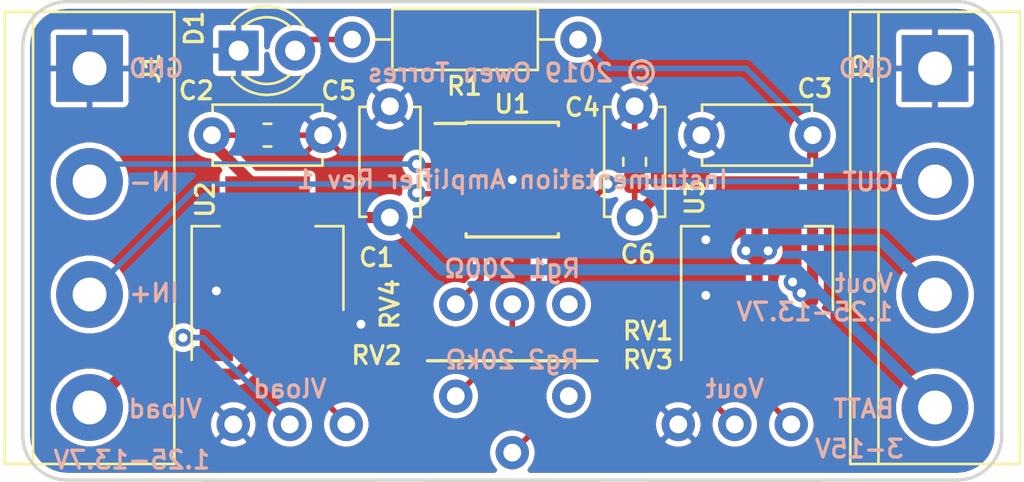
<source format=kicad_pcb>
(kicad_pcb (version 20171130) (host pcbnew 5.1.5)

  (general
    (thickness 1.6)
    (drawings 24)
    (tracks 123)
    (zones 0)
    (modules 17)
    (nets 16)
  )

  (page A4)
  (layers
    (0 F.Cu signal)
    (31 B.Cu signal)
    (32 B.Adhes user)
    (33 F.Adhes user)
    (34 B.Paste user)
    (35 F.Paste user)
    (36 B.SilkS user)
    (37 F.SilkS user)
    (38 B.Mask user)
    (39 F.Mask user)
    (40 Dwgs.User user)
    (41 Cmts.User user)
    (42 Eco1.User user)
    (43 Eco2.User user)
    (44 Edge.Cuts user)
    (45 Margin user)
    (46 B.CrtYd user)
    (47 F.CrtYd user)
    (48 B.Fab user hide)
    (49 F.Fab user hide)
  )

  (setup
    (last_trace_width 0.25)
    (user_trace_width 0.5)
    (trace_clearance 0.2)
    (zone_clearance 0.508)
    (zone_45_only no)
    (trace_min 0.2)
    (via_size 0.8)
    (via_drill 0.4)
    (via_min_size 0.4)
    (via_min_drill 0.3)
    (uvia_size 0.3)
    (uvia_drill 0.1)
    (uvias_allowed no)
    (uvia_min_size 0.2)
    (uvia_min_drill 0.1)
    (edge_width 0.15)
    (segment_width 0.2)
    (pcb_text_width 0.3)
    (pcb_text_size 1.5 1.5)
    (mod_edge_width 0.15)
    (mod_text_size 0.8 0.8)
    (mod_text_width 0.15)
    (pad_size 1.524 1.524)
    (pad_drill 0.762)
    (pad_to_mask_clearance 0.051)
    (solder_mask_min_width 0.25)
    (aux_axis_origin 0 0)
    (visible_elements FFFFFF7F)
    (pcbplotparams
      (layerselection 0x010fc_ffffffff)
      (usegerberextensions false)
      (usegerberattributes false)
      (usegerberadvancedattributes false)
      (creategerberjobfile false)
      (excludeedgelayer true)
      (linewidth 0.100000)
      (plotframeref false)
      (viasonmask false)
      (mode 1)
      (useauxorigin false)
      (hpglpennumber 1)
      (hpglpenspeed 20)
      (hpglpendiameter 15.000000)
      (psnegative false)
      (psa4output false)
      (plotreference true)
      (plotvalue true)
      (plotinvisibletext false)
      (padsonsilk false)
      (subtractmaskfromsilk false)
      (outputformat 1)
      (mirror false)
      (drillshape 1)
      (scaleselection 1)
      (outputdirectory ""))
  )

  (net 0 "")
  (net 1 GND)
  (net 2 /Rg2)
  (net 3 /Rg1)
  (net 4 /IN+)
  (net 5 /IN-)
  (net 6 /OUT)
  (net 7 +BATT)
  (net 8 "Net-(D1-Pad2)")
  (net 9 /Vload)
  (net 10 /Vout)
  (net 11 "Net-(RV2-Pad2)")
  (net 12 "Net-(RV3-Pad2)")
  (net 13 "Net-(RV1-Pad3)")
  (net 14 "Net-(RV1-Pad1)")
  (net 15 "Net-(RV4-Pad3)")

  (net_class Default "This is the default net class."
    (clearance 0.2)
    (trace_width 0.25)
    (via_dia 0.8)
    (via_drill 0.4)
    (uvia_dia 0.3)
    (uvia_drill 0.1)
    (add_net +BATT)
    (add_net /IN+)
    (add_net /IN-)
    (add_net /OUT)
    (add_net /Rg1)
    (add_net /Rg2)
    (add_net /Vload)
    (add_net /Vout)
    (add_net GND)
    (add_net "Net-(D1-Pad2)")
    (add_net "Net-(RV1-Pad1)")
    (add_net "Net-(RV1-Pad3)")
    (add_net "Net-(RV2-Pad2)")
    (add_net "Net-(RV3-Pad2)")
    (add_net "Net-(RV4-Pad3)")
  )

  (module Capacitor_SMD:C_0603_1608Metric_Pad1.05x0.95mm_HandSolder (layer F.Cu) (tedit 5B301BBE) (tstamp 5DCA301D)
    (at 111 106)
    (descr "Capacitor SMD 0603 (1608 Metric), square (rectangular) end terminal, IPC_7351 nominal with elongated pad for handsoldering. (Body size source: http://www.tortai-tech.com/upload/download/2011102023233369053.pdf), generated with kicad-footprint-generator")
    (tags "capacitor handsolder")
    (path /5DCA1CFE)
    (attr smd)
    (fp_text reference C5 (at 3.2 -2 180) (layer F.SilkS)
      (effects (font (size 0.8 0.8) (thickness 0.15)))
    )
    (fp_text value 0.1uF (at 0 1.43 180) (layer F.Fab)
      (effects (font (size 1 1) (thickness 0.15)))
    )
    (fp_text user %R (at 0 0 180) (layer F.Fab)
      (effects (font (size 0.4 0.4) (thickness 0.06)))
    )
    (fp_line (start 1.65 0.73) (end -1.65 0.73) (layer F.CrtYd) (width 0.05))
    (fp_line (start 1.65 -0.73) (end 1.65 0.73) (layer F.CrtYd) (width 0.05))
    (fp_line (start -1.65 -0.73) (end 1.65 -0.73) (layer F.CrtYd) (width 0.05))
    (fp_line (start -1.65 0.73) (end -1.65 -0.73) (layer F.CrtYd) (width 0.05))
    (fp_line (start -0.171267 0.51) (end 0.171267 0.51) (layer F.SilkS) (width 0.12))
    (fp_line (start -0.171267 -0.51) (end 0.171267 -0.51) (layer F.SilkS) (width 0.12))
    (fp_line (start 0.8 0.4) (end -0.8 0.4) (layer F.Fab) (width 0.1))
    (fp_line (start 0.8 -0.4) (end 0.8 0.4) (layer F.Fab) (width 0.1))
    (fp_line (start -0.8 -0.4) (end 0.8 -0.4) (layer F.Fab) (width 0.1))
    (fp_line (start -0.8 0.4) (end -0.8 -0.4) (layer F.Fab) (width 0.1))
    (pad 2 smd roundrect (at 0.875 0) (size 1.05 0.95) (layers F.Cu F.Paste F.Mask) (roundrect_rratio 0.25)
      (net 1 GND))
    (pad 1 smd roundrect (at -0.875 0) (size 1.05 0.95) (layers F.Cu F.Paste F.Mask) (roundrect_rratio 0.25)
      (net 9 /Vload))
    (model ${KISYS3DMOD}/Capacitor_SMD.3dshapes/C_0603_1608Metric.wrl
      (at (xyz 0 0 0))
      (scale (xyz 1 1 1))
      (rotate (xyz 0 0 0))
    )
  )

  (module LED_THT:LED_D3.0mm (layer F.Cu) (tedit 587A3A7B) (tstamp 5DCA2B04)
    (at 109.7 102.2)
    (descr "LED, diameter 3.0mm, 2 pins")
    (tags "LED diameter 3.0mm 2 pins")
    (path /5C82E6F5)
    (fp_text reference D1 (at -2 -1 270) (layer F.SilkS)
      (effects (font (size 0.8 0.8) (thickness 0.15)))
    )
    (fp_text value LED (at 1.27 2.96) (layer F.Fab)
      (effects (font (size 1 1) (thickness 0.15)))
    )
    (fp_arc (start 1.27 0) (end -0.23 -1.16619) (angle 284.3) (layer F.Fab) (width 0.1))
    (fp_arc (start 1.27 0) (end -0.29 -1.235516) (angle 108.8) (layer F.SilkS) (width 0.12))
    (fp_arc (start 1.27 0) (end -0.29 1.235516) (angle -108.8) (layer F.SilkS) (width 0.12))
    (fp_arc (start 1.27 0) (end 0.229039 -1.08) (angle 87.9) (layer F.SilkS) (width 0.12))
    (fp_arc (start 1.27 0) (end 0.229039 1.08) (angle -87.9) (layer F.SilkS) (width 0.12))
    (fp_circle (center 1.27 0) (end 2.77 0) (layer F.Fab) (width 0.1))
    (fp_line (start -0.23 -1.16619) (end -0.23 1.16619) (layer F.Fab) (width 0.1))
    (fp_line (start -0.29 -1.236) (end -0.29 -1.08) (layer F.SilkS) (width 0.12))
    (fp_line (start -0.29 1.08) (end -0.29 1.236) (layer F.SilkS) (width 0.12))
    (fp_line (start -1.15 -2.25) (end -1.15 2.25) (layer F.CrtYd) (width 0.05))
    (fp_line (start -1.15 2.25) (end 3.7 2.25) (layer F.CrtYd) (width 0.05))
    (fp_line (start 3.7 2.25) (end 3.7 -2.25) (layer F.CrtYd) (width 0.05))
    (fp_line (start 3.7 -2.25) (end -1.15 -2.25) (layer F.CrtYd) (width 0.05))
    (pad 1 thru_hole rect (at 0 0) (size 1.8 1.8) (drill 0.9) (layers *.Cu *.Mask)
      (net 1 GND))
    (pad 2 thru_hole circle (at 2.54 0) (size 1.8 1.8) (drill 0.9) (layers *.Cu *.Mask)
      (net 8 "Net-(D1-Pad2)"))
    (model ${KISYS3DMOD}/LED_THT.3dshapes/LED_D3.0mm.wrl
      (at (xyz 0 0 0))
      (scale (xyz 1 1 1))
      (rotate (xyz 0 0 0))
    )
  )

  (module Capacitor_SMD:C_0603_1608Metric_Pad1.05x0.95mm_HandSolder (layer F.Cu) (tedit 5B301BBE) (tstamp 5DDACBE2)
    (at 127.5 107.2 90)
    (descr "Capacitor SMD 0603 (1608 Metric), square (rectangular) end terminal, IPC_7351 nominal with elongated pad for handsoldering. (Body size source: http://www.tortai-tech.com/upload/download/2011102023233369053.pdf), generated with kicad-footprint-generator")
    (tags "capacitor handsolder")
    (path /5DCA3353)
    (attr smd)
    (fp_text reference C6 (at -4.15 0.15 180) (layer F.SilkS)
      (effects (font (size 0.8 0.8) (thickness 0.15)))
    )
    (fp_text value 0.1uF (at 0 1.43 90) (layer F.Fab)
      (effects (font (size 1 1) (thickness 0.15)))
    )
    (fp_text user %R (at 0 0 90) (layer F.Fab)
      (effects (font (size 0.4 0.4) (thickness 0.06)))
    )
    (fp_line (start 1.65 0.73) (end -1.65 0.73) (layer F.CrtYd) (width 0.05))
    (fp_line (start 1.65 -0.73) (end 1.65 0.73) (layer F.CrtYd) (width 0.05))
    (fp_line (start -1.65 -0.73) (end 1.65 -0.73) (layer F.CrtYd) (width 0.05))
    (fp_line (start -1.65 0.73) (end -1.65 -0.73) (layer F.CrtYd) (width 0.05))
    (fp_line (start -0.171267 0.51) (end 0.171267 0.51) (layer F.SilkS) (width 0.12))
    (fp_line (start -0.171267 -0.51) (end 0.171267 -0.51) (layer F.SilkS) (width 0.12))
    (fp_line (start 0.8 0.4) (end -0.8 0.4) (layer F.Fab) (width 0.1))
    (fp_line (start 0.8 -0.4) (end 0.8 0.4) (layer F.Fab) (width 0.1))
    (fp_line (start -0.8 -0.4) (end 0.8 -0.4) (layer F.Fab) (width 0.1))
    (fp_line (start -0.8 0.4) (end -0.8 -0.4) (layer F.Fab) (width 0.1))
    (pad 2 smd roundrect (at 0.875 0 90) (size 1.05 0.95) (layers F.Cu F.Paste F.Mask) (roundrect_rratio 0.25)
      (net 1 GND))
    (pad 1 smd roundrect (at -0.875 0 90) (size 1.05 0.95) (layers F.Cu F.Paste F.Mask) (roundrect_rratio 0.25)
      (net 10 /Vout))
    (model ${KISYS3DMOD}/Capacitor_SMD.3dshapes/C_0603_1608Metric.wrl
      (at (xyz 0 0 0))
      (scale (xyz 1 1 1))
      (rotate (xyz 0 0 0))
    )
  )

  (module Resistor_THT:R_Axial_DIN0207_L6.3mm_D2.5mm_P10.16mm_Horizontal (layer F.Cu) (tedit 5AE5139B) (tstamp 5D8BF442)
    (at 114.8 101.7)
    (descr "Resistor, Axial_DIN0207 series, Axial, Horizontal, pin pitch=10.16mm, 0.25W = 1/4W, length*diameter=6.3*2.5mm^2, http://cdn-reichelt.de/documents/datenblatt/B400/1_4W%23YAG.pdf")
    (tags "Resistor Axial_DIN0207 series Axial Horizontal pin pitch 10.16mm 0.25W = 1/4W length 6.3mm diameter 2.5mm")
    (path /5C831809)
    (fp_text reference R1 (at 5.05 2.1) (layer F.SilkS)
      (effects (font (size 0.8 0.8) (thickness 0.15)))
    )
    (fp_text value 470 (at 5.08 2.37) (layer F.Fab)
      (effects (font (size 1 1) (thickness 0.15)))
    )
    (fp_text user %R (at 5.08 0) (layer F.Fab)
      (effects (font (size 1 1) (thickness 0.15)))
    )
    (fp_line (start 11.21 -1.5) (end -1.05 -1.5) (layer F.CrtYd) (width 0.05))
    (fp_line (start 11.21 1.5) (end 11.21 -1.5) (layer F.CrtYd) (width 0.05))
    (fp_line (start -1.05 1.5) (end 11.21 1.5) (layer F.CrtYd) (width 0.05))
    (fp_line (start -1.05 -1.5) (end -1.05 1.5) (layer F.CrtYd) (width 0.05))
    (fp_line (start 9.12 0) (end 8.35 0) (layer F.SilkS) (width 0.12))
    (fp_line (start 1.04 0) (end 1.81 0) (layer F.SilkS) (width 0.12))
    (fp_line (start 8.35 -1.37) (end 1.81 -1.37) (layer F.SilkS) (width 0.12))
    (fp_line (start 8.35 1.37) (end 8.35 -1.37) (layer F.SilkS) (width 0.12))
    (fp_line (start 1.81 1.37) (end 8.35 1.37) (layer F.SilkS) (width 0.12))
    (fp_line (start 1.81 -1.37) (end 1.81 1.37) (layer F.SilkS) (width 0.12))
    (fp_line (start 10.16 0) (end 8.23 0) (layer F.Fab) (width 0.1))
    (fp_line (start 0 0) (end 1.93 0) (layer F.Fab) (width 0.1))
    (fp_line (start 8.23 -1.25) (end 1.93 -1.25) (layer F.Fab) (width 0.1))
    (fp_line (start 8.23 1.25) (end 8.23 -1.25) (layer F.Fab) (width 0.1))
    (fp_line (start 1.93 1.25) (end 8.23 1.25) (layer F.Fab) (width 0.1))
    (fp_line (start 1.93 -1.25) (end 1.93 1.25) (layer F.Fab) (width 0.1))
    (pad 2 thru_hole oval (at 10.16 0) (size 1.6 1.6) (drill 0.8) (layers *.Cu *.Mask)
      (net 7 +BATT))
    (pad 1 thru_hole circle (at 0 0) (size 1.6 1.6) (drill 0.8) (layers *.Cu *.Mask)
      (net 8 "Net-(D1-Pad2)"))
    (model ${KISYS3DMOD}/Resistor_THT.3dshapes/R_Axial_DIN0207_L6.3mm_D2.5mm_P10.16mm_Horizontal.wrl
      (at (xyz 0 0 0))
      (scale (xyz 1 1 1))
      (rotate (xyz 0 0 0))
    )
  )

  (module "Instrumentation Amplifier:Bourns_PV36W" (layer F.Cu) (tedit 5C81846F) (tstamp 5DBD4371)
    (at 122 113.6 270)
    (path /5DBCE8CC)
    (fp_text reference RV4 (at 0 5.5 90) (layer F.SilkS)
      (effects (font (size 0.8 0.8) (thickness 0.15)))
    )
    (fp_text value 200 (at 0 -7.62 90) (layer F.Fab)
      (effects (font (size 1 1) (thickness 0.15)))
    )
    (fp_line (start 2.54 -3.81) (end 2.54 3.81) (layer F.SilkS) (width 0.15))
    (fp_line (start -2.42 4.765) (end -2.42 -4.765) (layer F.CrtYd) (width 0.15))
    (fp_line (start 2.42 4.765) (end -2.42 4.765) (layer F.CrtYd) (width 0.15))
    (fp_line (start 2.42 -4.765) (end 2.42 4.765) (layer F.CrtYd) (width 0.15))
    (fp_line (start -2.42 -4.765) (end 2.42 -4.765) (layer F.CrtYd) (width 0.15))
    (pad 3 thru_hole circle (at 0 -2.54 270) (size 1.5 1.5) (drill 0.8) (layers *.Cu *.Mask)
      (net 15 "Net-(RV4-Pad3)"))
    (pad 2 thru_hole circle (at 0 0 270) (size 1.5 1.5) (drill 0.8) (layers *.Cu *.Mask)
      (net 14 "Net-(RV1-Pad1)"))
    (pad 1 thru_hole circle (at 0 2.54 270) (size 1.5 1.5) (drill 0.8) (layers *.Cu *.Mask)
      (net 3 /Rg1))
  )

  (module "Instrumentation Amplifier:Bourns_PV36Y" (layer F.Cu) (tedit 5DBCEA65) (tstamp 5DDABB88)
    (at 122 119 270)
    (path /5C80E99D)
    (fp_text reference RV1 (at -4.2 -6.1 180) (layer F.SilkS)
      (effects (font (size 0.8 0.8) (thickness 0.15)))
    )
    (fp_text value 20k (at 0 -7.62 90) (layer F.Fab)
      (effects (font (size 1 1) (thickness 0.15)))
    )
    (fp_line (start 2.54 -3.81) (end 2.54 3.81) (layer F.SilkS) (width 0.15))
    (fp_line (start -2.42 4.765) (end -2.42 -4.765) (layer F.CrtYd) (width 0.15))
    (fp_line (start 2.42 4.765) (end -2.42 4.765) (layer F.CrtYd) (width 0.15))
    (fp_line (start 2.42 -4.765) (end 2.42 4.765) (layer F.CrtYd) (width 0.15))
    (fp_line (start -2.42 -4.765) (end 2.42 -4.765) (layer F.CrtYd) (width 0.15))
    (pad 3 thru_hole circle (at -1.27 -2.54 270) (size 1.5 1.5) (drill 0.8) (layers *.Cu *.Mask)
      (net 13 "Net-(RV1-Pad3)"))
    (pad 2 thru_hole circle (at 1.27 0 270) (size 1.5 1.5) (drill 0.8) (layers *.Cu *.Mask)
      (net 2 /Rg2))
    (pad 1 thru_hole circle (at -1.27 2.54 270) (size 1.5 1.5) (drill 0.8) (layers *.Cu *.Mask)
      (net 14 "Net-(RV1-Pad1)"))
  )

  (module "Instrumentation Amplifier:Bourns_PV36W" (layer F.Cu) (tedit 5C81846F) (tstamp 5DBCD603)
    (at 112 119 270)
    (path /5D8C226F)
    (fp_text reference RV2 (at -3.1 -3.9 180) (layer F.SilkS)
      (effects (font (size 0.8 0.8) (thickness 0.15)))
    )
    (fp_text value 1K (at 0 -7.62 90) (layer F.Fab)
      (effects (font (size 1 1) (thickness 0.15)))
    )
    (fp_line (start 2.54 -3.81) (end 2.54 3.81) (layer F.SilkS) (width 0.15))
    (fp_line (start -2.42 4.765) (end -2.42 -4.765) (layer F.CrtYd) (width 0.15))
    (fp_line (start 2.42 4.765) (end -2.42 4.765) (layer F.CrtYd) (width 0.15))
    (fp_line (start 2.42 -4.765) (end 2.42 4.765) (layer F.CrtYd) (width 0.15))
    (fp_line (start -2.42 -4.765) (end 2.42 -4.765) (layer F.CrtYd) (width 0.15))
    (pad 3 thru_hole circle (at 0 -2.54 270) (size 1.5 1.5) (drill 0.8) (layers *.Cu *.Mask)
      (net 9 /Vload))
    (pad 2 thru_hole circle (at 0 0 270) (size 1.5 1.5) (drill 0.8) (layers *.Cu *.Mask)
      (net 11 "Net-(RV2-Pad2)"))
    (pad 1 thru_hole circle (at 0 2.54 270) (size 1.5 1.5) (drill 0.8) (layers *.Cu *.Mask)
      (net 1 GND))
  )

  (module "Instrumentation Amplifier:Bourns_PV36W" (layer F.Cu) (tedit 5C81846F) (tstamp 5DBCD52E)
    (at 132 119 270)
    (path /5D8CBA5E)
    (fp_text reference RV3 (at -2.9 3.9 180) (layer F.SilkS)
      (effects (font (size 0.8 0.8) (thickness 0.15)))
    )
    (fp_text value 1K (at 0 -7.62 90) (layer F.Fab)
      (effects (font (size 1 1) (thickness 0.15)))
    )
    (fp_line (start 2.54 -3.81) (end 2.54 3.81) (layer F.SilkS) (width 0.15))
    (fp_line (start -2.42 4.765) (end -2.42 -4.765) (layer F.CrtYd) (width 0.15))
    (fp_line (start 2.42 4.765) (end -2.42 4.765) (layer F.CrtYd) (width 0.15))
    (fp_line (start 2.42 -4.765) (end 2.42 4.765) (layer F.CrtYd) (width 0.15))
    (fp_line (start -2.42 -4.765) (end 2.42 -4.765) (layer F.CrtYd) (width 0.15))
    (pad 3 thru_hole circle (at 0 -2.54 270) (size 1.5 1.5) (drill 0.8) (layers *.Cu *.Mask)
      (net 10 /Vout))
    (pad 2 thru_hole circle (at 0 0 270) (size 1.5 1.5) (drill 0.8) (layers *.Cu *.Mask)
      (net 12 "Net-(RV3-Pad2)"))
    (pad 1 thru_hole circle (at 0 2.54 270) (size 1.5 1.5) (drill 0.8) (layers *.Cu *.Mask)
      (net 1 GND))
  )

  (module Package_TO_SOT_SMD:SOT-223-3_TabPin2 (layer F.Cu) (tedit 5A02FF57) (tstamp 5DBCD559)
    (at 133 112 90)
    (descr "module CMS SOT223 4 pins")
    (tags "CMS SOT")
    (path /5D8CBA58)
    (attr smd)
    (fp_text reference U3 (at 3.2 -2.8 90) (layer F.SilkS)
      (effects (font (size 0.8 0.8) (thickness 0.15)))
    )
    (fp_text value AZ1117-ADJ (at 0 4.5 90) (layer F.Fab)
      (effects (font (size 1 1) (thickness 0.15)))
    )
    (fp_line (start 1.85 -3.35) (end 1.85 3.35) (layer F.Fab) (width 0.1))
    (fp_line (start -1.85 3.35) (end 1.85 3.35) (layer F.Fab) (width 0.1))
    (fp_line (start -4.1 -3.41) (end 1.91 -3.41) (layer F.SilkS) (width 0.12))
    (fp_line (start -0.85 -3.35) (end 1.85 -3.35) (layer F.Fab) (width 0.1))
    (fp_line (start -1.85 3.41) (end 1.91 3.41) (layer F.SilkS) (width 0.12))
    (fp_line (start -1.85 -2.35) (end -1.85 3.35) (layer F.Fab) (width 0.1))
    (fp_line (start -1.85 -2.35) (end -0.85 -3.35) (layer F.Fab) (width 0.1))
    (fp_line (start -4.4 -3.6) (end -4.4 3.6) (layer F.CrtYd) (width 0.05))
    (fp_line (start -4.4 3.6) (end 4.4 3.6) (layer F.CrtYd) (width 0.05))
    (fp_line (start 4.4 3.6) (end 4.4 -3.6) (layer F.CrtYd) (width 0.05))
    (fp_line (start 4.4 -3.6) (end -4.4 -3.6) (layer F.CrtYd) (width 0.05))
    (fp_line (start 1.91 -3.41) (end 1.91 -2.15) (layer F.SilkS) (width 0.12))
    (fp_line (start 1.91 3.41) (end 1.91 2.15) (layer F.SilkS) (width 0.12))
    (fp_text user %R (at 0 0) (layer F.Fab)
      (effects (font (size 0.8 0.8) (thickness 0.12)))
    )
    (pad 1 smd rect (at -3.15 -2.3 90) (size 2 1.5) (layers F.Cu F.Paste F.Mask)
      (net 12 "Net-(RV3-Pad2)"))
    (pad 3 smd rect (at -3.15 2.3 90) (size 2 1.5) (layers F.Cu F.Paste F.Mask)
      (net 7 +BATT))
    (pad 2 smd rect (at -3.15 0 90) (size 2 1.5) (layers F.Cu F.Paste F.Mask)
      (net 10 /Vout))
    (pad 2 smd rect (at 3.15 0 90) (size 2 3.8) (layers F.Cu F.Paste F.Mask)
      (net 10 /Vout))
    (model ${KISYS3DMOD}/Package_TO_SOT_SMD.3dshapes/SOT-223.wrl
      (at (xyz 0 0 0))
      (scale (xyz 1 1 1))
      (rotate (xyz 0 0 0))
    )
  )

  (module Package_TO_SOT_SMD:SOT-223-3_TabPin2 (layer F.Cu) (tedit 5A02FF57) (tstamp 5DBCDB9E)
    (at 111 112 90)
    (descr "module CMS SOT223 4 pins")
    (tags "CMS SOT")
    (path /5D8C1DFA)
    (attr smd)
    (fp_text reference U2 (at 3.1 -2.8 90) (layer F.SilkS)
      (effects (font (size 0.8 0.8) (thickness 0.15)))
    )
    (fp_text value AZ1117-ADJ (at 0 4.5 90) (layer F.Fab)
      (effects (font (size 1 1) (thickness 0.15)))
    )
    (fp_line (start 1.85 -3.35) (end 1.85 3.35) (layer F.Fab) (width 0.1))
    (fp_line (start -1.85 3.35) (end 1.85 3.35) (layer F.Fab) (width 0.1))
    (fp_line (start -4.1 -3.41) (end 1.91 -3.41) (layer F.SilkS) (width 0.12))
    (fp_line (start -0.85 -3.35) (end 1.85 -3.35) (layer F.Fab) (width 0.1))
    (fp_line (start -1.85 3.41) (end 1.91 3.41) (layer F.SilkS) (width 0.12))
    (fp_line (start -1.85 -2.35) (end -1.85 3.35) (layer F.Fab) (width 0.1))
    (fp_line (start -1.85 -2.35) (end -0.85 -3.35) (layer F.Fab) (width 0.1))
    (fp_line (start -4.4 -3.6) (end -4.4 3.6) (layer F.CrtYd) (width 0.05))
    (fp_line (start -4.4 3.6) (end 4.4 3.6) (layer F.CrtYd) (width 0.05))
    (fp_line (start 4.4 3.6) (end 4.4 -3.6) (layer F.CrtYd) (width 0.05))
    (fp_line (start 4.4 -3.6) (end -4.4 -3.6) (layer F.CrtYd) (width 0.05))
    (fp_line (start 1.91 -3.41) (end 1.91 -2.15) (layer F.SilkS) (width 0.12))
    (fp_line (start 1.91 3.41) (end 1.91 2.15) (layer F.SilkS) (width 0.12))
    (fp_text user %R (at 0 0) (layer F.Fab)
      (effects (font (size 0.8 0.8) (thickness 0.12)))
    )
    (pad 1 smd rect (at -3.15 -2.3 90) (size 2 1.5) (layers F.Cu F.Paste F.Mask)
      (net 11 "Net-(RV2-Pad2)"))
    (pad 3 smd rect (at -3.15 2.3 90) (size 2 1.5) (layers F.Cu F.Paste F.Mask)
      (net 7 +BATT))
    (pad 2 smd rect (at -3.15 0 90) (size 2 1.5) (layers F.Cu F.Paste F.Mask)
      (net 9 /Vload))
    (pad 2 smd rect (at 3.15 0 90) (size 2 3.8) (layers F.Cu F.Paste F.Mask)
      (net 9 /Vload))
    (model ${KISYS3DMOD}/Package_TO_SOT_SMD.3dshapes/SOT-223.wrl
      (at (xyz 0 0 0))
      (scale (xyz 1 1 1))
      (rotate (xyz 0 0 0))
    )
  )

  (module Capacitor_THT:C_Disc_D4.7mm_W2.5mm_P5.00mm (layer F.Cu) (tedit 5AE50EF0) (tstamp 5DBCDD0B)
    (at 135.5 106 180)
    (descr "C, Disc series, Radial, pin pitch=5.00mm, , diameter*width=4.7*2.5mm^2, Capacitor, http://www.vishay.com/docs/45233/krseries.pdf")
    (tags "C Disc series Radial pin pitch 5.00mm  diameter 4.7mm width 2.5mm Capacitor")
    (path /5D8CBA3D)
    (fp_text reference C3 (at -0.1 2.1) (layer F.SilkS)
      (effects (font (size 0.8 0.8) (thickness 0.15)))
    )
    (fp_text value 10uF (at 2.5 2.5) (layer F.Fab)
      (effects (font (size 1 1) (thickness 0.15)))
    )
    (fp_text user %R (at 2.5 0) (layer F.Fab)
      (effects (font (size 0.94 0.94) (thickness 0.141)))
    )
    (fp_line (start 6.05 -1.5) (end -1.05 -1.5) (layer F.CrtYd) (width 0.05))
    (fp_line (start 6.05 1.5) (end 6.05 -1.5) (layer F.CrtYd) (width 0.05))
    (fp_line (start -1.05 1.5) (end 6.05 1.5) (layer F.CrtYd) (width 0.05))
    (fp_line (start -1.05 -1.5) (end -1.05 1.5) (layer F.CrtYd) (width 0.05))
    (fp_line (start 4.97 1.055) (end 4.97 1.37) (layer F.SilkS) (width 0.12))
    (fp_line (start 4.97 -1.37) (end 4.97 -1.055) (layer F.SilkS) (width 0.12))
    (fp_line (start 0.03 1.055) (end 0.03 1.37) (layer F.SilkS) (width 0.12))
    (fp_line (start 0.03 -1.37) (end 0.03 -1.055) (layer F.SilkS) (width 0.12))
    (fp_line (start 0.03 1.37) (end 4.97 1.37) (layer F.SilkS) (width 0.12))
    (fp_line (start 0.03 -1.37) (end 4.97 -1.37) (layer F.SilkS) (width 0.12))
    (fp_line (start 4.85 -1.25) (end 0.15 -1.25) (layer F.Fab) (width 0.1))
    (fp_line (start 4.85 1.25) (end 4.85 -1.25) (layer F.Fab) (width 0.1))
    (fp_line (start 0.15 1.25) (end 4.85 1.25) (layer F.Fab) (width 0.1))
    (fp_line (start 0.15 -1.25) (end 0.15 1.25) (layer F.Fab) (width 0.1))
    (pad 2 thru_hole circle (at 5 0 180) (size 1.6 1.6) (drill 0.8) (layers *.Cu *.Mask)
      (net 1 GND))
    (pad 1 thru_hole circle (at 0 0 180) (size 1.6 1.6) (drill 0.8) (layers *.Cu *.Mask)
      (net 7 +BATT))
    (model ${KISYS3DMOD}/Capacitor_THT.3dshapes/C_Disc_D4.7mm_W2.5mm_P5.00mm.wrl
      (at (xyz 0 0 0))
      (scale (xyz 1 1 1))
      (rotate (xyz 0 0 0))
    )
  )

  (module Capacitor_THT:C_Disc_D4.7mm_W2.5mm_P5.00mm (layer F.Cu) (tedit 5AE50EF0) (tstamp 5DBCD4FB)
    (at 127.5 109.7 90)
    (descr "C, Disc series, Radial, pin pitch=5.00mm, , diameter*width=4.7*2.5mm^2, Capacitor, http://www.vishay.com/docs/45233/krseries.pdf")
    (tags "C Disc series Radial pin pitch 5.00mm  diameter 4.7mm width 2.5mm Capacitor")
    (path /5D8CBA52)
    (fp_text reference C4 (at 4.95 -2.35 180) (layer F.SilkS)
      (effects (font (size 0.8 0.8) (thickness 0.15)))
    )
    (fp_text value 22uF (at 2.5 2.5 90) (layer F.Fab)
      (effects (font (size 1 1) (thickness 0.15)))
    )
    (fp_text user %R (at 2.5 0 90) (layer F.Fab)
      (effects (font (size 0.94 0.94) (thickness 0.141)))
    )
    (fp_line (start 6.05 -1.5) (end -1.05 -1.5) (layer F.CrtYd) (width 0.05))
    (fp_line (start 6.05 1.5) (end 6.05 -1.5) (layer F.CrtYd) (width 0.05))
    (fp_line (start -1.05 1.5) (end 6.05 1.5) (layer F.CrtYd) (width 0.05))
    (fp_line (start -1.05 -1.5) (end -1.05 1.5) (layer F.CrtYd) (width 0.05))
    (fp_line (start 4.97 1.055) (end 4.97 1.37) (layer F.SilkS) (width 0.12))
    (fp_line (start 4.97 -1.37) (end 4.97 -1.055) (layer F.SilkS) (width 0.12))
    (fp_line (start 0.03 1.055) (end 0.03 1.37) (layer F.SilkS) (width 0.12))
    (fp_line (start 0.03 -1.37) (end 0.03 -1.055) (layer F.SilkS) (width 0.12))
    (fp_line (start 0.03 1.37) (end 4.97 1.37) (layer F.SilkS) (width 0.12))
    (fp_line (start 0.03 -1.37) (end 4.97 -1.37) (layer F.SilkS) (width 0.12))
    (fp_line (start 4.85 -1.25) (end 0.15 -1.25) (layer F.Fab) (width 0.1))
    (fp_line (start 4.85 1.25) (end 4.85 -1.25) (layer F.Fab) (width 0.1))
    (fp_line (start 0.15 1.25) (end 4.85 1.25) (layer F.Fab) (width 0.1))
    (fp_line (start 0.15 -1.25) (end 0.15 1.25) (layer F.Fab) (width 0.1))
    (pad 2 thru_hole circle (at 5 0 90) (size 1.6 1.6) (drill 0.8) (layers *.Cu *.Mask)
      (net 1 GND))
    (pad 1 thru_hole circle (at 0 0 90) (size 1.6 1.6) (drill 0.8) (layers *.Cu *.Mask)
      (net 10 /Vout))
    (model ${KISYS3DMOD}/Capacitor_THT.3dshapes/C_Disc_D4.7mm_W2.5mm_P5.00mm.wrl
      (at (xyz 0 0 0))
      (scale (xyz 1 1 1))
      (rotate (xyz 0 0 0))
    )
  )

  (module TerminalBlock:TerminalBlock_bornier-4_P5.08mm (layer F.Cu) (tedit 59FF03D1) (tstamp 5DBCD9C4)
    (at 141 103 270)
    (descr "simple 4-pin terminal block, pitch 5.08mm, revamped version of bornier4")
    (tags "terminal block bornier4")
    (path /5D8CBD6D)
    (fp_text reference J2 (at 0 3.2 90) (layer F.SilkS)
      (effects (font (size 0.8 0.8) (thickness 0.15)))
    )
    (fp_text value DAQ (at 7.6 4.75 90) (layer F.Fab)
      (effects (font (size 1 1) (thickness 0.15)))
    )
    (fp_line (start 17.97 4) (end -2.73 4) (layer F.CrtYd) (width 0.05))
    (fp_line (start 17.97 4) (end 17.97 -4) (layer F.CrtYd) (width 0.05))
    (fp_line (start -2.73 -4) (end -2.73 4) (layer F.CrtYd) (width 0.05))
    (fp_line (start -2.73 -4) (end 17.97 -4) (layer F.CrtYd) (width 0.05))
    (fp_line (start -2.54 3.81) (end 17.78 3.81) (layer F.SilkS) (width 0.12))
    (fp_line (start -2.54 -3.81) (end 17.78 -3.81) (layer F.SilkS) (width 0.12))
    (fp_line (start 17.78 2.54) (end -2.54 2.54) (layer F.SilkS) (width 0.12))
    (fp_line (start 17.78 3.81) (end 17.78 -3.81) (layer F.SilkS) (width 0.12))
    (fp_line (start -2.54 -3.81) (end -2.54 3.81) (layer F.SilkS) (width 0.12))
    (fp_line (start 17.72 3.75) (end -2.43 3.75) (layer F.Fab) (width 0.1))
    (fp_line (start 17.72 -3.75) (end 17.72 3.75) (layer F.Fab) (width 0.1))
    (fp_line (start -2.48 -3.75) (end 17.72 -3.75) (layer F.Fab) (width 0.1))
    (fp_line (start -2.48 3.75) (end -2.48 -3.75) (layer F.Fab) (width 0.1))
    (fp_line (start -2.43 3.75) (end -2.48 3.75) (layer F.Fab) (width 0.1))
    (fp_line (start -2.48 2.55) (end 17.72 2.55) (layer F.Fab) (width 0.1))
    (fp_text user %R (at 7.62 0 90) (layer F.Fab)
      (effects (font (size 1 1) (thickness 0.15)))
    )
    (pad 4 thru_hole circle (at 15.24 0 270) (size 3 3) (drill 1.52) (layers *.Cu *.Mask)
      (net 7 +BATT))
    (pad 1 thru_hole rect (at 0 0 270) (size 3 3) (drill 1.52) (layers *.Cu *.Mask)
      (net 1 GND))
    (pad 3 thru_hole circle (at 10.16 0 270) (size 3 3) (drill 1.52) (layers *.Cu *.Mask)
      (net 10 /Vout))
    (pad 2 thru_hole circle (at 5.08 0 270) (size 3 3) (drill 1.52) (layers *.Cu *.Mask)
      (net 6 /OUT))
    (model ${KISYS3DMOD}/TerminalBlock.3dshapes/TerminalBlock_bornier-4_P5.08mm.wrl
      (offset (xyz 7.619999885559082 0 0))
      (scale (xyz 1 1 1))
      (rotate (xyz 0 0 0))
    )
  )

  (module Capacitor_THT:C_Disc_D4.7mm_W2.5mm_P5.00mm (layer F.Cu) (tedit 5AE50EF0) (tstamp 5DCA2A2A)
    (at 108.5 106)
    (descr "C, Disc series, Radial, pin pitch=5.00mm, , diameter*width=4.7*2.5mm^2, Capacitor, http://www.vishay.com/docs/45233/krseries.pdf")
    (tags "C Disc series Radial pin pitch 5.00mm  diameter 4.7mm width 2.5mm Capacitor")
    (path /5C833F42)
    (fp_text reference C2 (at -0.7 -2) (layer F.SilkS)
      (effects (font (size 0.8 0.8) (thickness 0.15)))
    )
    (fp_text value 22uF (at 2.5 2.5 180) (layer F.Fab)
      (effects (font (size 1 1) (thickness 0.15)))
    )
    (fp_line (start 0.15 -1.25) (end 0.15 1.25) (layer F.Fab) (width 0.1))
    (fp_line (start 0.15 1.25) (end 4.85 1.25) (layer F.Fab) (width 0.1))
    (fp_line (start 4.85 1.25) (end 4.85 -1.25) (layer F.Fab) (width 0.1))
    (fp_line (start 4.85 -1.25) (end 0.15 -1.25) (layer F.Fab) (width 0.1))
    (fp_line (start 0.03 -1.37) (end 4.97 -1.37) (layer F.SilkS) (width 0.12))
    (fp_line (start 0.03 1.37) (end 4.97 1.37) (layer F.SilkS) (width 0.12))
    (fp_line (start 0.03 -1.37) (end 0.03 -1.055) (layer F.SilkS) (width 0.12))
    (fp_line (start 0.03 1.055) (end 0.03 1.37) (layer F.SilkS) (width 0.12))
    (fp_line (start 4.97 -1.37) (end 4.97 -1.055) (layer F.SilkS) (width 0.12))
    (fp_line (start 4.97 1.055) (end 4.97 1.37) (layer F.SilkS) (width 0.12))
    (fp_line (start -1.05 -1.5) (end -1.05 1.5) (layer F.CrtYd) (width 0.05))
    (fp_line (start -1.05 1.5) (end 6.05 1.5) (layer F.CrtYd) (width 0.05))
    (fp_line (start 6.05 1.5) (end 6.05 -1.5) (layer F.CrtYd) (width 0.05))
    (fp_line (start 6.05 -1.5) (end -1.05 -1.5) (layer F.CrtYd) (width 0.05))
    (fp_text user %R (at 2.5 0 180) (layer F.Fab)
      (effects (font (size 0.94 0.94) (thickness 0.141)))
    )
    (pad 1 thru_hole circle (at 0 0) (size 1.6 1.6) (drill 0.8) (layers *.Cu *.Mask)
      (net 9 /Vload))
    (pad 2 thru_hole circle (at 5 0) (size 1.6 1.6) (drill 0.8) (layers *.Cu *.Mask)
      (net 1 GND))
    (model ${KISYS3DMOD}/Capacitor_THT.3dshapes/C_Disc_D4.7mm_W2.5mm_P5.00mm.wrl
      (at (xyz 0 0 0))
      (scale (xyz 1 1 1))
      (rotate (xyz 0 0 0))
    )
  )

  (module Capacitor_THT:C_Disc_D4.7mm_W2.5mm_P5.00mm (layer F.Cu) (tedit 5AE50EF0) (tstamp 5C9A4A83)
    (at 116.5 109.7 90)
    (descr "C, Disc series, Radial, pin pitch=5.00mm, , diameter*width=4.7*2.5mm^2, Capacitor, http://www.vishay.com/docs/45233/krseries.pdf")
    (tags "C Disc series Radial pin pitch 5.00mm  diameter 4.7mm width 2.5mm Capacitor")
    (path /5C807D82)
    (fp_text reference C1 (at -1.8 -0.6 180) (layer F.SilkS)
      (effects (font (size 0.8 0.8) (thickness 0.15)))
    )
    (fp_text value 10uF (at 2.5 2.5 90) (layer F.Fab)
      (effects (font (size 1 1) (thickness 0.15)))
    )
    (fp_line (start 0.15 -1.25) (end 0.15 1.25) (layer F.Fab) (width 0.1))
    (fp_line (start 0.15 1.25) (end 4.85 1.25) (layer F.Fab) (width 0.1))
    (fp_line (start 4.85 1.25) (end 4.85 -1.25) (layer F.Fab) (width 0.1))
    (fp_line (start 4.85 -1.25) (end 0.15 -1.25) (layer F.Fab) (width 0.1))
    (fp_line (start 0.03 -1.37) (end 4.97 -1.37) (layer F.SilkS) (width 0.12))
    (fp_line (start 0.03 1.37) (end 4.97 1.37) (layer F.SilkS) (width 0.12))
    (fp_line (start 0.03 -1.37) (end 0.03 -1.055) (layer F.SilkS) (width 0.12))
    (fp_line (start 0.03 1.055) (end 0.03 1.37) (layer F.SilkS) (width 0.12))
    (fp_line (start 4.97 -1.37) (end 4.97 -1.055) (layer F.SilkS) (width 0.12))
    (fp_line (start 4.97 1.055) (end 4.97 1.37) (layer F.SilkS) (width 0.12))
    (fp_line (start -1.05 -1.5) (end -1.05 1.5) (layer F.CrtYd) (width 0.05))
    (fp_line (start -1.05 1.5) (end 6.05 1.5) (layer F.CrtYd) (width 0.05))
    (fp_line (start 6.05 1.5) (end 6.05 -1.5) (layer F.CrtYd) (width 0.05))
    (fp_line (start 6.05 -1.5) (end -1.05 -1.5) (layer F.CrtYd) (width 0.05))
    (fp_text user %R (at 2.5 0 90) (layer F.Fab)
      (effects (font (size 0.94 0.94) (thickness 0.141)))
    )
    (pad 1 thru_hole circle (at 0 0 90) (size 1.6 1.6) (drill 0.8) (layers *.Cu *.Mask)
      (net 7 +BATT))
    (pad 2 thru_hole circle (at 5 0 90) (size 1.6 1.6) (drill 0.8) (layers *.Cu *.Mask)
      (net 1 GND))
    (model ${KISYS3DMOD}/Capacitor_THT.3dshapes/C_Disc_D4.7mm_W2.5mm_P5.00mm.wrl
      (at (xyz 0 0 0))
      (scale (xyz 1 1 1))
      (rotate (xyz 0 0 0))
    )
  )

  (module Package_SO:SOIC-8_3.9x4.9mm_P1.27mm (layer F.Cu) (tedit 5A02F2D3) (tstamp 5C98ADD2)
    (at 122 108)
    (descr "8-Lead Plastic Small Outline (SN) - Narrow, 3.90 mm Body [SOIC] (see Microchip Packaging Specification 00000049BS.pdf)")
    (tags "SOIC 1.27")
    (path /5C833830)
    (attr smd)
    (fp_text reference U1 (at 0 -3.4) (layer F.SilkS)
      (effects (font (size 0.8 0.8) (thickness 0.15)))
    )
    (fp_text value INA126 (at 0 3.5) (layer F.Fab)
      (effects (font (size 1 1) (thickness 0.15)))
    )
    (fp_text user %R (at 0 0) (layer F.Fab)
      (effects (font (size 1 1) (thickness 0.15)))
    )
    (fp_line (start -0.95 -2.45) (end 1.95 -2.45) (layer F.Fab) (width 0.1))
    (fp_line (start 1.95 -2.45) (end 1.95 2.45) (layer F.Fab) (width 0.1))
    (fp_line (start 1.95 2.45) (end -1.95 2.45) (layer F.Fab) (width 0.1))
    (fp_line (start -1.95 2.45) (end -1.95 -1.45) (layer F.Fab) (width 0.1))
    (fp_line (start -1.95 -1.45) (end -0.95 -2.45) (layer F.Fab) (width 0.1))
    (fp_line (start -3.73 -2.7) (end -3.73 2.7) (layer F.CrtYd) (width 0.05))
    (fp_line (start 3.73 -2.7) (end 3.73 2.7) (layer F.CrtYd) (width 0.05))
    (fp_line (start -3.73 -2.7) (end 3.73 -2.7) (layer F.CrtYd) (width 0.05))
    (fp_line (start -3.73 2.7) (end 3.73 2.7) (layer F.CrtYd) (width 0.05))
    (fp_line (start -2.075 -2.575) (end -2.075 -2.525) (layer F.SilkS) (width 0.15))
    (fp_line (start 2.075 -2.575) (end 2.075 -2.43) (layer F.SilkS) (width 0.15))
    (fp_line (start 2.075 2.575) (end 2.075 2.43) (layer F.SilkS) (width 0.15))
    (fp_line (start -2.075 2.575) (end -2.075 2.43) (layer F.SilkS) (width 0.15))
    (fp_line (start -2.075 -2.575) (end 2.075 -2.575) (layer F.SilkS) (width 0.15))
    (fp_line (start -2.075 2.575) (end 2.075 2.575) (layer F.SilkS) (width 0.15))
    (fp_line (start -2.075 -2.525) (end -3.475 -2.525) (layer F.SilkS) (width 0.15))
    (pad 1 smd rect (at -2.7 -1.905) (size 1.55 0.6) (layers F.Cu F.Paste F.Mask)
      (net 3 /Rg1))
    (pad 2 smd rect (at -2.7 -0.635) (size 1.55 0.6) (layers F.Cu F.Paste F.Mask)
      (net 5 /IN-))
    (pad 3 smd rect (at -2.7 0.635) (size 1.55 0.6) (layers F.Cu F.Paste F.Mask)
      (net 4 /IN+))
    (pad 4 smd rect (at -2.7 1.905) (size 1.55 0.6) (layers F.Cu F.Paste F.Mask)
      (net 1 GND))
    (pad 5 smd rect (at 2.7 1.905) (size 1.55 0.6) (layers F.Cu F.Paste F.Mask)
      (net 1 GND))
    (pad 6 smd rect (at 2.7 0.635) (size 1.55 0.6) (layers F.Cu F.Paste F.Mask)
      (net 6 /OUT))
    (pad 7 smd rect (at 2.7 -0.635) (size 1.55 0.6) (layers F.Cu F.Paste F.Mask)
      (net 10 /Vout))
    (pad 8 smd rect (at 2.7 -1.905) (size 1.55 0.6) (layers F.Cu F.Paste F.Mask)
      (net 2 /Rg2))
    (model ${KISYS3DMOD}/Package_SO.3dshapes/SOIC-8_3.9x4.9mm_P1.27mm.wrl
      (at (xyz 0 0 0))
      (scale (xyz 1 1 1))
      (rotate (xyz 0 0 0))
    )
  )

  (module TerminalBlock:TerminalBlock_bornier-4_P5.08mm (layer F.Cu) (tedit 59FF03D1) (tstamp 5C98AADD)
    (at 103 103 270)
    (descr "simple 4-pin terminal block, pitch 5.08mm, revamped version of bornier4")
    (tags "terminal block bornier4")
    (path /5C806BF3)
    (fp_text reference J1 (at 0 -2.75 270) (layer F.SilkS)
      (effects (font (size 0.8 0.8) (thickness 0.15)))
    )
    (fp_text value Bridge (at 7.6 4.75 270) (layer F.Fab)
      (effects (font (size 1 1) (thickness 0.15)))
    )
    (fp_text user %R (at 7.62 0 270) (layer F.Fab)
      (effects (font (size 1 1) (thickness 0.15)))
    )
    (fp_line (start -2.48 2.55) (end 17.72 2.55) (layer F.Fab) (width 0.1))
    (fp_line (start -2.43 3.75) (end -2.48 3.75) (layer F.Fab) (width 0.1))
    (fp_line (start -2.48 3.75) (end -2.48 -3.75) (layer F.Fab) (width 0.1))
    (fp_line (start -2.48 -3.75) (end 17.72 -3.75) (layer F.Fab) (width 0.1))
    (fp_line (start 17.72 -3.75) (end 17.72 3.75) (layer F.Fab) (width 0.1))
    (fp_line (start 17.72 3.75) (end -2.43 3.75) (layer F.Fab) (width 0.1))
    (fp_line (start -2.54 -3.81) (end -2.54 3.81) (layer F.SilkS) (width 0.12))
    (fp_line (start 17.78 3.81) (end 17.78 -3.81) (layer F.SilkS) (width 0.12))
    (fp_line (start 17.78 2.54) (end -2.54 2.54) (layer F.SilkS) (width 0.12))
    (fp_line (start -2.54 -3.81) (end 17.78 -3.81) (layer F.SilkS) (width 0.12))
    (fp_line (start -2.54 3.81) (end 17.78 3.81) (layer F.SilkS) (width 0.12))
    (fp_line (start -2.73 -4) (end 17.97 -4) (layer F.CrtYd) (width 0.05))
    (fp_line (start -2.73 -4) (end -2.73 4) (layer F.CrtYd) (width 0.05))
    (fp_line (start 17.97 4) (end 17.97 -4) (layer F.CrtYd) (width 0.05))
    (fp_line (start 17.97 4) (end -2.73 4) (layer F.CrtYd) (width 0.05))
    (pad 2 thru_hole circle (at 5.08 0 270) (size 3 3) (drill 1.52) (layers *.Cu *.Mask)
      (net 5 /IN-))
    (pad 3 thru_hole circle (at 10.16 0 270) (size 3 3) (drill 1.52) (layers *.Cu *.Mask)
      (net 4 /IN+))
    (pad 1 thru_hole rect (at 0 0 270) (size 3 3) (drill 1.52) (layers *.Cu *.Mask)
      (net 1 GND))
    (pad 4 thru_hole circle (at 15.24 0 270) (size 3 3) (drill 1.52) (layers *.Cu *.Mask)
      (net 9 /Vload))
    (model ${KISYS3DMOD}/TerminalBlock.3dshapes/TerminalBlock_bornier-4_P5.08mm.wrl
      (offset (xyz 7.619999885559082 0 0))
      (scale (xyz 1 1 1))
      (rotate (xyz 0 0 0))
    )
  )

  (gr_text 1.25-13.7V (at 104.9 120.6) (layer B.SilkS)
    (effects (font (size 0.8 0.8) (thickness 0.15)) (justify mirror))
  )
  (gr_text 3-15V (at 137.6 120.1) (layer B.SilkS)
    (effects (font (size 0.8 0.8) (thickness 0.15)) (justify mirror))
  )
  (gr_text BATT (at 137.8 118.3) (layer B.SilkS)
    (effects (font (size 0.8 0.8) (thickness 0.15)) (justify mirror))
  )
  (gr_text "Vout\n1.25-13.7V" (at 139.2 113.3) (layer B.SilkS)
    (effects (font (size 0.8 0.8) (thickness 0.15)) (justify left mirror))
  )
  (gr_text OUT (at 138 108.1) (layer B.SilkS)
    (effects (font (size 0.8 0.8) (thickness 0.15)) (justify mirror))
  )
  (gr_text "GND\n" (at 137.9 103) (layer B.SilkS)
    (effects (font (size 0.8 0.8) (thickness 0.15)) (justify mirror))
  )
  (gr_text Vload (at 106.4 118.3) (layer B.SilkS)
    (effects (font (size 0.8 0.8) (thickness 0.15)) (justify mirror))
  )
  (gr_text IN+ (at 105.9 113.1) (layer B.SilkS)
    (effects (font (size 0.8 0.8) (thickness 0.15)) (justify mirror))
  )
  (gr_text IN- (at 105.9 108.1) (layer B.SilkS)
    (effects (font (size 0.8 0.8) (thickness 0.15)) (justify mirror))
  )
  (gr_text GND (at 106 103) (layer B.SilkS)
    (effects (font (size 0.8 0.8) (thickness 0.15)) (justify mirror))
  )
  (gr_text "Rg2 20kΩ" (at 122 116.1) (layer B.SilkS)
    (effects (font (size 0.8 0.8) (thickness 0.15)) (justify mirror))
  )
  (gr_text "Rg1 200Ω" (at 122 112) (layer B.SilkS)
    (effects (font (size 0.8 0.8) (thickness 0.15)) (justify mirror))
  )
  (gr_text Vout (at 132 117.4) (layer B.SilkS)
    (effects (font (size 0.8 0.8) (thickness 0.15)) (justify mirror))
  )
  (gr_text Vload (at 112 117.4) (layer B.SilkS)
    (effects (font (size 0.8 0.8) (thickness 0.15)) (justify mirror))
  )
  (gr_text "© 2019 Owen Torres" (at 122 103.2) (layer B.SilkS) (tstamp 5DDABBA3)
    (effects (font (size 0.8 0.8) (thickness 0.15)) (justify mirror))
  )
  (gr_text "Instrumentation Amplifier Rev 1" (at 122 108) (layer B.SilkS) (tstamp 5DCA328D)
    (effects (font (size 0.8 0.8) (thickness 0.15)) (justify mirror))
  )
  (gr_arc (start 142 102) (end 144 102) (angle -90) (layer Edge.Cuts) (width 0.15))
  (gr_arc (start 142 119.5) (end 142 121.5) (angle -90) (layer Edge.Cuts) (width 0.15))
  (gr_arc (start 102 102) (end 102 100) (angle -90) (layer Edge.Cuts) (width 0.15))
  (gr_arc (start 102 119.5) (end 100 119.5) (angle -90) (layer Edge.Cuts) (width 0.15))
  (gr_line (start 100 119.5) (end 100 102) (layer Edge.Cuts) (width 0.15))
  (gr_line (start 142 121.5) (end 102 121.5) (layer Edge.Cuts) (width 0.15))
  (gr_line (start 144 102) (end 144 119.5) (layer Edge.Cuts) (width 0.15))
  (gr_line (start 102 100) (end 142 100) (layer Edge.Cuts) (width 0.15))

  (via (at 130.7 110.7) (size 0.8) (drill 0.4) (layers F.Cu B.Cu) (net 1))
  (via (at 108.7 113) (size 0.8) (drill 0.4) (layers F.Cu B.Cu) (net 1))
  (via (at 130.7 113.2) (size 0.8) (drill 0.4) (layers F.Cu B.Cu) (net 1))
  (via (at 115.2 114.5) (size 0.8) (drill 0.4) (layers F.Cu B.Cu) (net 1))
  (via (at 122 108) (size 0.8) (drill 0.4) (layers F.Cu B.Cu) (net 1))
  (segment (start 111.875 106) (end 113.5 106) (width 0.25) (layer F.Cu) (net 1))
  (segment (start 127.5 104.7) (end 127.5 106.325) (width 0.25) (layer F.Cu) (net 1))
  (segment (start 123.2 119.07) (end 122.749999 119.520001) (width 0.25) (layer F.Cu) (net 2))
  (segment (start 123.2 107.12) (end 123.2 119.07) (width 0.25) (layer F.Cu) (net 2))
  (segment (start 122.749999 119.520001) (end 122 120.27) (width 0.25) (layer F.Cu) (net 2))
  (segment (start 124.7 106.095) (end 124.225 106.095) (width 0.25) (layer F.Cu) (net 2))
  (segment (start 124.225 106.095) (end 123.2 107.12) (width 0.25) (layer F.Cu) (net 2))
  (segment (start 120.6 112.46) (end 120.209999 112.850001) (width 0.25) (layer F.Cu) (net 3))
  (segment (start 120.6 106.37) (end 120.6 112.46) (width 0.25) (layer F.Cu) (net 3))
  (segment (start 119.3 106.095) (end 120.325 106.095) (width 0.25) (layer F.Cu) (net 3))
  (segment (start 120.209999 112.850001) (end 119.46 113.6) (width 0.25) (layer F.Cu) (net 3))
  (segment (start 120.325 106.095) (end 120.6 106.37) (width 0.25) (layer F.Cu) (net 3))
  (via (at 117.7 108.6) (size 0.8) (drill 0.4) (layers F.Cu B.Cu) (net 4))
  (segment (start 119.3 108.635) (end 117.735 108.635) (width 0.25) (layer F.Cu) (net 4))
  (segment (start 117.735 108.635) (end 117.7 108.6) (width 0.25) (layer F.Cu) (net 4))
  (segment (start 104.499999 111.660001) (end 103 113.16) (width 0.25) (layer B.Cu) (net 4))
  (segment (start 107.959999 108.200001) (end 104.499999 111.660001) (width 0.25) (layer B.Cu) (net 4))
  (segment (start 117.300001 108.200001) (end 107.959999 108.200001) (width 0.25) (layer B.Cu) (net 4))
  (segment (start 117.7 108.6) (end 117.300001 108.200001) (width 0.25) (layer B.Cu) (net 4))
  (via (at 117.7 107.3) (size 0.8) (drill 0.4) (layers F.Cu B.Cu) (net 5))
  (segment (start 119.3 107.365) (end 117.765 107.365) (width 0.25) (layer F.Cu) (net 5))
  (segment (start 117.765 107.365) (end 117.7 107.3) (width 0.25) (layer F.Cu) (net 5))
  (segment (start 103.78 107.3) (end 103 108.08) (width 0.25) (layer B.Cu) (net 5))
  (segment (start 117.7 107.3) (end 103.78 107.3) (width 0.25) (layer B.Cu) (net 5))
  (segment (start 125.865 108.635) (end 126.3 108.2) (width 0.25) (layer F.Cu) (net 6))
  (segment (start 124.7 108.635) (end 125.865 108.635) (width 0.25) (layer F.Cu) (net 6))
  (segment (start 126.42 108.08) (end 126.3 108.2) (width 0.25) (layer B.Cu) (net 6))
  (segment (start 141 108.08) (end 126.42 108.08) (width 0.25) (layer B.Cu) (net 6))
  (via (at 126.3 108.2) (size 0.8) (drill 0.4) (layers F.Cu B.Cu) (net 6))
  (segment (start 116.5 109.7) (end 114.6 109.7) (width 0.5) (layer F.Cu) (net 7))
  (segment (start 113.3 111) (end 113.3 115.15) (width 0.5) (layer F.Cu) (net 7))
  (segment (start 114.6 109.7) (end 113.3 111) (width 0.5) (layer F.Cu) (net 7))
  (segment (start 125.759999 102.499999) (end 124.96 101.7) (width 0.25) (layer B.Cu) (net 7))
  (segment (start 126.26 103) (end 125.759999 102.499999) (width 0.25) (layer B.Cu) (net 7))
  (segment (start 135.5 106) (end 132.5 103) (width 0.25) (layer B.Cu) (net 7))
  (segment (start 132.5 103) (end 126.26 103) (width 0.25) (layer B.Cu) (net 7))
  (segment (start 139.500001 116.740001) (end 141 118.24) (width 0.5) (layer B.Cu) (net 7))
  (segment (start 116.5 109.7) (end 118.850001 112.050001) (width 0.5) (layer B.Cu) (net 7))
  (segment (start 118.850001 112.050001) (end 134.810001 112.050001) (width 0.5) (layer B.Cu) (net 7))
  (segment (start 135.5 107.13137) (end 135.5 106) (width 0.5) (layer F.Cu) (net 7))
  (segment (start 135.3 113.65) (end 135.5 113.45) (width 0.5) (layer F.Cu) (net 7))
  (segment (start 135.3 115.15) (end 135.3 113.65) (width 0.5) (layer F.Cu) (net 7))
  (via (at 134.6 112.6) (size 0.8) (drill 0.4) (layers F.Cu B.Cu) (net 7))
  (segment (start 134.810001 112.050001) (end 134.810001 112.389999) (width 0.5) (layer B.Cu) (net 7))
  (segment (start 134.810001 112.389999) (end 134.6 112.6) (width 0.5) (layer B.Cu) (net 7))
  (segment (start 134.6 112.6) (end 135.5 112.6) (width 0.5) (layer F.Cu) (net 7))
  (segment (start 135.5 112.6) (end 135.5 107.13137) (width 0.5) (layer F.Cu) (net 7))
  (via (at 135 113.1) (size 0.8) (drill 0.4) (layers F.Cu B.Cu) (net 7))
  (segment (start 134.6 112.6) (end 134.6 112.7) (width 0.5) (layer B.Cu) (net 7))
  (segment (start 134.6 112.7) (end 135 113.1) (width 0.5) (layer B.Cu) (net 7))
  (segment (start 135 113.1) (end 135.5 113.1) (width 0.5) (layer F.Cu) (net 7))
  (segment (start 135.5 113.45) (end 135.5 113.1) (width 0.5) (layer F.Cu) (net 7))
  (segment (start 135.5 113.1) (end 135.5 112.6) (width 0.5) (layer F.Cu) (net 7))
  (segment (start 135.399999 112.639999) (end 135.38 112.62) (width 0.5) (layer B.Cu) (net 7))
  (segment (start 135.399999 112.700001) (end 135.399999 112.639999) (width 0.5) (layer B.Cu) (net 7))
  (segment (start 135 113.1) (end 135.399999 112.700001) (width 0.5) (layer B.Cu) (net 7))
  (segment (start 134.810001 112.050001) (end 135.38 112.62) (width 0.5) (layer B.Cu) (net 7))
  (segment (start 135.36 112.6) (end 135.38 112.62) (width 0.5) (layer B.Cu) (net 7))
  (segment (start 134.6 112.6) (end 135.36 112.6) (width 0.5) (layer B.Cu) (net 7))
  (segment (start 135.38 112.62) (end 135.8 113.1) (width 0.5) (layer B.Cu) (net 7))
  (segment (start 135 113.1) (end 135.8 113.1) (width 0.5) (layer B.Cu) (net 7))
  (segment (start 135.8 113.1) (end 139.500001 116.740001) (width 0.5) (layer B.Cu) (net 7))
  (segment (start 112.74 101.7) (end 112.24 102.2) (width 0.25) (layer F.Cu) (net 8))
  (segment (start 114.8 101.7) (end 112.74 101.7) (width 0.25) (layer F.Cu) (net 8))
  (segment (start 109.659999 116.740001) (end 111 115.4) (width 0.5) (layer F.Cu) (net 9))
  (segment (start 104.499999 116.740001) (end 109.659999 116.740001) (width 0.5) (layer F.Cu) (net 9))
  (segment (start 103 118.24) (end 104.499999 116.740001) (width 0.5) (layer F.Cu) (net 9))
  (segment (start 108.5 106.35) (end 111 108.85) (width 0.5) (layer F.Cu) (net 9))
  (segment (start 108.5 106) (end 108.5 106.35) (width 0.5) (layer F.Cu) (net 9))
  (segment (start 114.54 118.94) (end 114.54 119) (width 0.25) (layer F.Cu) (net 9))
  (segment (start 111 115.4) (end 114.54 118.94) (width 0.25) (layer F.Cu) (net 9))
  (segment (start 111 115.15) (end 111 115.4) (width 0.25) (layer F.Cu) (net 9))
  (segment (start 110.9 112.9) (end 111 113) (width 0.25) (layer F.Cu) (net 9))
  (segment (start 111 108.85) (end 111 113) (width 0.5) (layer F.Cu) (net 9))
  (segment (start 111 113) (end 111 115.15) (width 0.5) (layer F.Cu) (net 9))
  (segment (start 110.125 106) (end 108.5 106) (width 0.25) (layer F.Cu) (net 9))
  (segment (start 138.54 110.7) (end 141 113.16) (width 0.5) (layer B.Cu) (net 10))
  (segment (start 133 115.15) (end 133 113.65) (width 0.5) (layer F.Cu) (net 10))
  (via (at 132.5 111.2) (size 0.8) (drill 0.4) (layers F.Cu B.Cu) (net 10))
  (segment (start 133 111.2) (end 132.5 111.2) (width 0.5) (layer F.Cu) (net 10))
  (segment (start 132.5 111.2) (end 132.5 110.7) (width 0.5) (layer B.Cu) (net 10))
  (via (at 133.5 111.2) (size 0.8) (drill 0.4) (layers F.Cu B.Cu) (net 10))
  (segment (start 133 111.2) (end 133.5 111.2) (width 0.5) (layer F.Cu) (net 10))
  (segment (start 133.5 111.2) (end 133.5 110.8) (width 0.5) (layer B.Cu) (net 10))
  (segment (start 132.5 110.7) (end 133.6 110.7) (width 0.5) (layer B.Cu) (net 10))
  (segment (start 133.5 110.8) (end 133.6 110.7) (width 0.5) (layer B.Cu) (net 10))
  (segment (start 133 117.46) (end 134.54 119) (width 0.25) (layer F.Cu) (net 10))
  (segment (start 133 115.15) (end 133 117.46) (width 0.25) (layer F.Cu) (net 10))
  (segment (start 128.35 108.85) (end 127.5 109.7) (width 0.5) (layer F.Cu) (net 10))
  (segment (start 133 108.85) (end 128.35 108.85) (width 0.5) (layer F.Cu) (net 10))
  (segment (start 132.5 111.2) (end 133.5 111.2) (width 0.5) (layer B.Cu) (net 10))
  (segment (start 133.9 110.8) (end 133.9 110.7) (width 0.5) (layer B.Cu) (net 10))
  (segment (start 133.5 111.2) (end 133.9 110.8) (width 0.5) (layer B.Cu) (net 10))
  (segment (start 133.6 110.7) (end 133.9 110.7) (width 0.5) (layer B.Cu) (net 10))
  (segment (start 133.9 110.7) (end 138.54 110.7) (width 0.5) (layer B.Cu) (net 10))
  (segment (start 133.5 111.2) (end 133 110.7) (width 0.5) (layer F.Cu) (net 10))
  (segment (start 133 111.2) (end 133 110.7) (width 0.5) (layer F.Cu) (net 10))
  (segment (start 133 110.7) (end 133 108.85) (width 0.5) (layer F.Cu) (net 10))
  (segment (start 132.5 111.2) (end 133 110.7) (width 0.5) (layer F.Cu) (net 10))
  (segment (start 132.9 111.6) (end 133 111.6) (width 0.5) (layer F.Cu) (net 10))
  (segment (start 132.5 111.2) (end 132.9 111.6) (width 0.5) (layer F.Cu) (net 10))
  (segment (start 133 113.65) (end 133 111.6) (width 0.5) (layer F.Cu) (net 10))
  (segment (start 133 111.6) (end 133 111.2) (width 0.5) (layer F.Cu) (net 10))
  (segment (start 133.1 111.6) (end 133 111.6) (width 0.5) (layer F.Cu) (net 10))
  (segment (start 133.5 111.2) (end 133.1 111.6) (width 0.5) (layer F.Cu) (net 10))
  (segment (start 127.5 109.7) (end 127.5 108.075) (width 0.25) (layer F.Cu) (net 10))
  (segment (start 127.5 107.55) (end 127.5 108.075) (width 0.25) (layer F.Cu) (net 10))
  (segment (start 127.315 107.365) (end 127.5 107.55) (width 0.25) (layer F.Cu) (net 10))
  (segment (start 124.7 107.365) (end 127.315 107.365) (width 0.25) (layer F.Cu) (net 10))
  (via (at 107.2 115.1) (size 0.8) (drill 0.4) (layers F.Cu B.Cu) (net 11))
  (segment (start 112 119) (end 108.1 115.1) (width 0.25) (layer B.Cu) (net 11))
  (segment (start 108.1 115.1) (end 107.2 115.1) (width 0.25) (layer B.Cu) (net 11))
  (segment (start 108.65 115.1) (end 108.7 115.15) (width 0.25) (layer F.Cu) (net 11))
  (segment (start 107.2 115.1) (end 108.65 115.1) (width 0.25) (layer F.Cu) (net 11))
  (segment (start 130.7 117.7) (end 132 119) (width 0.25) (layer F.Cu) (net 12))
  (segment (start 130.7 115.15) (end 130.7 117.7) (width 0.25) (layer F.Cu) (net 12))
  (segment (start 122 115.19) (end 119.46 117.73) (width 0.25) (layer F.Cu) (net 14))
  (segment (start 122 113.6) (end 122 115.19) (width 0.25) (layer F.Cu) (net 14))

  (zone (net 1) (net_name GND) (layer B.Cu) (tstamp 0) (hatch edge 0.508)
    (connect_pads (clearance 0.25))
    (min_thickness 0.25)
    (fill yes (arc_segments 32) (thermal_gap 0.25) (thermal_bridge_width 0.251))
    (polygon
      (pts
        (xy 100 100) (xy 144 100) (xy 144 121.5) (xy 100 121.5)
      )
    )
    (filled_polygon
      (pts
        (xy 142.300642 100.481636) (xy 142.589839 100.56895) (xy 142.856563 100.71077) (xy 143.090666 100.901701) (xy 143.283219 101.134457)
        (xy 143.426899 101.400189) (xy 143.516227 101.68876) (xy 143.55 102.010088) (xy 143.550001 119.477984) (xy 143.518364 119.800642)
        (xy 143.43105 120.089839) (xy 143.28923 120.356563) (xy 143.098303 120.590662) (xy 142.865544 120.783219) (xy 142.599812 120.926899)
        (xy 142.311238 121.016227) (xy 141.989912 121.05) (xy 122.810989 121.05) (xy 122.873844 120.987145) (xy 122.996962 120.802887)
        (xy 123.081767 120.59815) (xy 123.125 120.380803) (xy 123.125 120.159197) (xy 123.081767 119.94185) (xy 122.996962 119.737113)
        (xy 122.994486 119.733406) (xy 128.727301 119.733406) (xy 128.795947 119.914841) (xy 128.987183 120.026814) (xy 129.19659 120.099326)
        (xy 129.41612 120.129592) (xy 129.637335 120.116448) (xy 129.851736 120.060399) (xy 130.051083 119.9636) (xy 130.124053 119.914841)
        (xy 130.192699 119.733406) (xy 129.46 119.000707) (xy 128.727301 119.733406) (xy 122.994486 119.733406) (xy 122.873844 119.552855)
        (xy 122.717145 119.396156) (xy 122.532887 119.273038) (xy 122.32815 119.188233) (xy 122.110803 119.145) (xy 121.889197 119.145)
        (xy 121.67185 119.188233) (xy 121.467113 119.273038) (xy 121.282855 119.396156) (xy 121.126156 119.552855) (xy 121.003038 119.737113)
        (xy 120.918233 119.94185) (xy 120.875 120.159197) (xy 120.875 120.380803) (xy 120.918233 120.59815) (xy 121.003038 120.802887)
        (xy 121.126156 120.987145) (xy 121.189011 121.05) (xy 102.022006 121.05) (xy 101.699358 121.018364) (xy 101.410161 120.93105)
        (xy 101.143437 120.78923) (xy 100.909338 120.598303) (xy 100.716781 120.365544) (xy 100.573101 120.099812) (xy 100.483773 119.811238)
        (xy 100.45 119.489912) (xy 100.45 118.055329) (xy 101.125 118.055329) (xy 101.125 118.424671) (xy 101.197056 118.786917)
        (xy 101.338397 119.128145) (xy 101.543593 119.435243) (xy 101.804757 119.696407) (xy 102.111855 119.901603) (xy 102.453083 120.042944)
        (xy 102.815329 120.115) (xy 103.184671 120.115) (xy 103.546917 120.042944) (xy 103.888145 119.901603) (xy 104.139869 119.733406)
        (xy 108.727301 119.733406) (xy 108.795947 119.914841) (xy 108.987183 120.026814) (xy 109.19659 120.099326) (xy 109.41612 120.129592)
        (xy 109.637335 120.116448) (xy 109.851736 120.060399) (xy 110.051083 119.9636) (xy 110.124053 119.914841) (xy 110.192699 119.733406)
        (xy 109.46 119.000707) (xy 108.727301 119.733406) (xy 104.139869 119.733406) (xy 104.195243 119.696407) (xy 104.456407 119.435243)
        (xy 104.661603 119.128145) (xy 104.732857 118.95612) (xy 108.330408 118.95612) (xy 108.343552 119.177335) (xy 108.399601 119.391736)
        (xy 108.4964 119.591083) (xy 108.545159 119.664053) (xy 108.726594 119.732699) (xy 109.459293 119) (xy 109.460707 119)
        (xy 110.193406 119.732699) (xy 110.374841 119.664053) (xy 110.486814 119.472817) (xy 110.559326 119.26341) (xy 110.589592 119.04388)
        (xy 110.576448 118.822665) (xy 110.520399 118.608264) (xy 110.4236 118.408917) (xy 110.374841 118.335947) (xy 110.193406 118.267301)
        (xy 109.460707 119) (xy 109.459293 119) (xy 108.726594 118.267301) (xy 108.545159 118.335947) (xy 108.433186 118.527183)
        (xy 108.360674 118.73659) (xy 108.330408 118.95612) (xy 104.732857 118.95612) (xy 104.802944 118.786917) (xy 104.875 118.424671)
        (xy 104.875 118.266594) (xy 108.727301 118.266594) (xy 109.46 118.999293) (xy 110.192699 118.266594) (xy 110.124053 118.085159)
        (xy 109.932817 117.973186) (xy 109.72341 117.900674) (xy 109.50388 117.870408) (xy 109.282665 117.883552) (xy 109.068264 117.939601)
        (xy 108.868917 118.0364) (xy 108.795947 118.085159) (xy 108.727301 118.266594) (xy 104.875 118.266594) (xy 104.875 118.055329)
        (xy 104.802944 117.693083) (xy 104.661603 117.351855) (xy 104.456407 117.044757) (xy 104.195243 116.783593) (xy 103.888145 116.578397)
        (xy 103.546917 116.437056) (xy 103.184671 116.365) (xy 102.815329 116.365) (xy 102.453083 116.437056) (xy 102.111855 116.578397)
        (xy 101.804757 116.783593) (xy 101.543593 117.044757) (xy 101.338397 117.351855) (xy 101.197056 117.693083) (xy 101.125 118.055329)
        (xy 100.45 118.055329) (xy 100.45 107.895329) (xy 101.125 107.895329) (xy 101.125 108.264671) (xy 101.197056 108.626917)
        (xy 101.338397 108.968145) (xy 101.543593 109.275243) (xy 101.804757 109.536407) (xy 102.111855 109.741603) (xy 102.453083 109.882944)
        (xy 102.815329 109.955) (xy 103.184671 109.955) (xy 103.546917 109.882944) (xy 103.888145 109.741603) (xy 104.195243 109.536407)
        (xy 104.456407 109.275243) (xy 104.661603 108.968145) (xy 104.802944 108.626917) (xy 104.875 108.264671) (xy 104.875 107.895329)
        (xy 104.856038 107.8) (xy 107.659248 107.8) (xy 107.604735 107.844737) (xy 107.589074 107.86382) (xy 104.163818 111.289077)
        (xy 104.163812 111.289082) (xy 103.92792 111.524974) (xy 103.888145 111.498397) (xy 103.546917 111.357056) (xy 103.184671 111.285)
        (xy 102.815329 111.285) (xy 102.453083 111.357056) (xy 102.111855 111.498397) (xy 101.804757 111.703593) (xy 101.543593 111.964757)
        (xy 101.338397 112.271855) (xy 101.197056 112.613083) (xy 101.125 112.975329) (xy 101.125 113.344671) (xy 101.197056 113.706917)
        (xy 101.338397 114.048145) (xy 101.543593 114.355243) (xy 101.804757 114.616407) (xy 102.111855 114.821603) (xy 102.453083 114.962944)
        (xy 102.815329 115.035) (xy 103.184671 115.035) (xy 103.241635 115.023669) (xy 106.425 115.023669) (xy 106.425 115.176331)
        (xy 106.454783 115.326059) (xy 106.513204 115.4671) (xy 106.598018 115.594034) (xy 106.705966 115.701982) (xy 106.8329 115.786796)
        (xy 106.973941 115.845217) (xy 107.123669 115.875) (xy 107.276331 115.875) (xy 107.426059 115.845217) (xy 107.5671 115.786796)
        (xy 107.694034 115.701982) (xy 107.796016 115.6) (xy 107.892895 115.6) (xy 110.931856 118.638962) (xy 110.918233 118.67185)
        (xy 110.875 118.889197) (xy 110.875 119.110803) (xy 110.918233 119.32815) (xy 111.003038 119.532887) (xy 111.126156 119.717145)
        (xy 111.282855 119.873844) (xy 111.467113 119.996962) (xy 111.67185 120.081767) (xy 111.889197 120.125) (xy 112.110803 120.125)
        (xy 112.32815 120.081767) (xy 112.532887 119.996962) (xy 112.717145 119.873844) (xy 112.873844 119.717145) (xy 112.996962 119.532887)
        (xy 113.081767 119.32815) (xy 113.125 119.110803) (xy 113.125 118.889197) (xy 113.415 118.889197) (xy 113.415 119.110803)
        (xy 113.458233 119.32815) (xy 113.543038 119.532887) (xy 113.666156 119.717145) (xy 113.822855 119.873844) (xy 114.007113 119.996962)
        (xy 114.21185 120.081767) (xy 114.429197 120.125) (xy 114.650803 120.125) (xy 114.86815 120.081767) (xy 115.072887 119.996962)
        (xy 115.257145 119.873844) (xy 115.413844 119.717145) (xy 115.536962 119.532887) (xy 115.621767 119.32815) (xy 115.665 119.110803)
        (xy 115.665 118.95612) (xy 128.330408 118.95612) (xy 128.343552 119.177335) (xy 128.399601 119.391736) (xy 128.4964 119.591083)
        (xy 128.545159 119.664053) (xy 128.726594 119.732699) (xy 129.459293 119) (xy 129.460707 119) (xy 130.193406 119.732699)
        (xy 130.374841 119.664053) (xy 130.486814 119.472817) (xy 130.559326 119.26341) (xy 130.589592 119.04388) (xy 130.580402 118.889197)
        (xy 130.875 118.889197) (xy 130.875 119.110803) (xy 130.918233 119.32815) (xy 131.003038 119.532887) (xy 131.126156 119.717145)
        (xy 131.282855 119.873844) (xy 131.467113 119.996962) (xy 131.67185 120.081767) (xy 131.889197 120.125) (xy 132.110803 120.125)
        (xy 132.32815 120.081767) (xy 132.532887 119.996962) (xy 132.717145 119.873844) (xy 132.873844 119.717145) (xy 132.996962 119.532887)
        (xy 133.081767 119.32815) (xy 133.125 119.110803) (xy 133.125 118.889197) (xy 133.415 118.889197) (xy 133.415 119.110803)
        (xy 133.458233 119.32815) (xy 133.543038 119.532887) (xy 133.666156 119.717145) (xy 133.822855 119.873844) (xy 134.007113 119.996962)
        (xy 134.21185 120.081767) (xy 134.429197 120.125) (xy 134.650803 120.125) (xy 134.86815 120.081767) (xy 135.072887 119.996962)
        (xy 135.257145 119.873844) (xy 135.413844 119.717145) (xy 135.536962 119.532887) (xy 135.621767 119.32815) (xy 135.665 119.110803)
        (xy 135.665 118.889197) (xy 135.621767 118.67185) (xy 135.536962 118.467113) (xy 135.413844 118.282855) (xy 135.257145 118.126156)
        (xy 135.072887 118.003038) (xy 134.86815 117.918233) (xy 134.650803 117.875) (xy 134.429197 117.875) (xy 134.21185 117.918233)
        (xy 134.007113 118.003038) (xy 133.822855 118.126156) (xy 133.666156 118.282855) (xy 133.543038 118.467113) (xy 133.458233 118.67185)
        (xy 133.415 118.889197) (xy 133.125 118.889197) (xy 133.081767 118.67185) (xy 132.996962 118.467113) (xy 132.873844 118.282855)
        (xy 132.717145 118.126156) (xy 132.532887 118.003038) (xy 132.32815 117.918233) (xy 132.110803 117.875) (xy 131.889197 117.875)
        (xy 131.67185 117.918233) (xy 131.467113 118.003038) (xy 131.282855 118.126156) (xy 131.126156 118.282855) (xy 131.003038 118.467113)
        (xy 130.918233 118.67185) (xy 130.875 118.889197) (xy 130.580402 118.889197) (xy 130.576448 118.822665) (xy 130.520399 118.608264)
        (xy 130.4236 118.408917) (xy 130.374841 118.335947) (xy 130.193406 118.267301) (xy 129.460707 119) (xy 129.459293 119)
        (xy 128.726594 118.267301) (xy 128.545159 118.335947) (xy 128.433186 118.527183) (xy 128.360674 118.73659) (xy 128.330408 118.95612)
        (xy 115.665 118.95612) (xy 115.665 118.889197) (xy 115.621767 118.67185) (xy 115.536962 118.467113) (xy 115.413844 118.282855)
        (xy 115.257145 118.126156) (xy 115.072887 118.003038) (xy 114.86815 117.918233) (xy 114.650803 117.875) (xy 114.429197 117.875)
        (xy 114.21185 117.918233) (xy 114.007113 118.003038) (xy 113.822855 118.126156) (xy 113.666156 118.282855) (xy 113.543038 118.467113)
        (xy 113.458233 118.67185) (xy 113.415 118.889197) (xy 113.125 118.889197) (xy 113.081767 118.67185) (xy 112.996962 118.467113)
        (xy 112.873844 118.282855) (xy 112.717145 118.126156) (xy 112.532887 118.003038) (xy 112.32815 117.918233) (xy 112.110803 117.875)
        (xy 111.889197 117.875) (xy 111.67185 117.918233) (xy 111.638962 117.931856) (xy 111.326303 117.619197) (xy 118.335 117.619197)
        (xy 118.335 117.840803) (xy 118.378233 118.05815) (xy 118.463038 118.262887) (xy 118.586156 118.447145) (xy 118.742855 118.603844)
        (xy 118.927113 118.726962) (xy 119.13185 118.811767) (xy 119.349197 118.855) (xy 119.570803 118.855) (xy 119.78815 118.811767)
        (xy 119.992887 118.726962) (xy 120.177145 118.603844) (xy 120.333844 118.447145) (xy 120.456962 118.262887) (xy 120.541767 118.05815)
        (xy 120.585 117.840803) (xy 120.585 117.619197) (xy 123.415 117.619197) (xy 123.415 117.840803) (xy 123.458233 118.05815)
        (xy 123.543038 118.262887) (xy 123.666156 118.447145) (xy 123.822855 118.603844) (xy 124.007113 118.726962) (xy 124.21185 118.811767)
        (xy 124.429197 118.855) (xy 124.650803 118.855) (xy 124.86815 118.811767) (xy 125.072887 118.726962) (xy 125.257145 118.603844)
        (xy 125.413844 118.447145) (xy 125.534485 118.266594) (xy 128.727301 118.266594) (xy 129.46 118.999293) (xy 130.192699 118.266594)
        (xy 130.124053 118.085159) (xy 129.932817 117.973186) (xy 129.72341 117.900674) (xy 129.50388 117.870408) (xy 129.282665 117.883552)
        (xy 129.068264 117.939601) (xy 128.868917 118.0364) (xy 128.795947 118.085159) (xy 128.727301 118.266594) (xy 125.534485 118.266594)
        (xy 125.536962 118.262887) (xy 125.621767 118.05815) (xy 125.665 117.840803) (xy 125.665 117.619197) (xy 125.621767 117.40185)
        (xy 125.536962 117.197113) (xy 125.413844 117.012855) (xy 125.257145 116.856156) (xy 125.072887 116.733038) (xy 124.86815 116.648233)
        (xy 124.650803 116.605) (xy 124.429197 116.605) (xy 124.21185 116.648233) (xy 124.007113 116.733038) (xy 123.822855 116.856156)
        (xy 123.666156 117.012855) (xy 123.543038 117.197113) (xy 123.458233 117.40185) (xy 123.415 117.619197) (xy 120.585 117.619197)
        (xy 120.541767 117.40185) (xy 120.456962 117.197113) (xy 120.333844 117.012855) (xy 120.177145 116.856156) (xy 119.992887 116.733038)
        (xy 119.78815 116.648233) (xy 119.570803 116.605) (xy 119.349197 116.605) (xy 119.13185 116.648233) (xy 118.927113 116.733038)
        (xy 118.742855 116.856156) (xy 118.586156 117.012855) (xy 118.463038 117.197113) (xy 118.378233 117.40185) (xy 118.335 117.619197)
        (xy 111.326303 117.619197) (xy 108.470929 114.763824) (xy 108.455264 114.744736) (xy 108.379129 114.682254) (xy 108.292267 114.635825)
        (xy 108.198017 114.607235) (xy 108.12456 114.6) (xy 108.1 114.597581) (xy 108.07544 114.6) (xy 107.796016 114.6)
        (xy 107.694034 114.498018) (xy 107.5671 114.413204) (xy 107.426059 114.354783) (xy 107.276331 114.325) (xy 107.123669 114.325)
        (xy 106.973941 114.354783) (xy 106.8329 114.413204) (xy 106.705966 114.498018) (xy 106.598018 114.605966) (xy 106.513204 114.7329)
        (xy 106.454783 114.873941) (xy 106.425 115.023669) (xy 103.241635 115.023669) (xy 103.546917 114.962944) (xy 103.888145 114.821603)
        (xy 104.195243 114.616407) (xy 104.456407 114.355243) (xy 104.661603 114.048145) (xy 104.802944 113.706917) (xy 104.875 113.344671)
        (xy 104.875 112.975329) (xy 104.802944 112.613083) (xy 104.661603 112.271855) (xy 104.635026 112.23208) (xy 104.870918 111.996188)
        (xy 104.870923 111.996182) (xy 108.167105 108.700001) (xy 115.881661 108.700001) (xy 115.750981 108.787318) (xy 115.587318 108.950981)
        (xy 115.458729 109.143429) (xy 115.370155 109.357265) (xy 115.325 109.584273) (xy 115.325 109.815727) (xy 115.370155 110.042735)
        (xy 115.458729 110.256571) (xy 115.587318 110.449019) (xy 115.750981 110.612682) (xy 115.943429 110.741271) (xy 116.157265 110.829845)
        (xy 116.384273 110.875) (xy 116.615727 110.875) (xy 116.762018 110.845901) (xy 118.386347 112.47023) (xy 118.405921 112.494081)
        (xy 118.441974 112.523669) (xy 118.501088 112.572183) (xy 118.512392 112.578225) (xy 118.609667 112.63022) (xy 118.72748 112.665958)
        (xy 118.819297 112.675001) (xy 118.819306 112.675001) (xy 118.8194 112.67501) (xy 118.742855 112.726156) (xy 118.586156 112.882855)
        (xy 118.463038 113.067113) (xy 118.378233 113.27185) (xy 118.335 113.489197) (xy 118.335 113.710803) (xy 118.378233 113.92815)
        (xy 118.463038 114.132887) (xy 118.586156 114.317145) (xy 118.742855 114.473844) (xy 118.927113 114.596962) (xy 119.13185 114.681767)
        (xy 119.349197 114.725) (xy 119.570803 114.725) (xy 119.78815 114.681767) (xy 119.992887 114.596962) (xy 120.177145 114.473844)
        (xy 120.333844 114.317145) (xy 120.456962 114.132887) (xy 120.541767 113.92815) (xy 120.585 113.710803) (xy 120.585 113.489197)
        (xy 120.541767 113.27185) (xy 120.456962 113.067113) (xy 120.333844 112.882855) (xy 120.177145 112.726156) (xy 120.100587 112.675001)
        (xy 121.359413 112.675001) (xy 121.282855 112.726156) (xy 121.126156 112.882855) (xy 121.003038 113.067113) (xy 120.918233 113.27185)
        (xy 120.875 113.489197) (xy 120.875 113.710803) (xy 120.918233 113.92815) (xy 121.003038 114.132887) (xy 121.126156 114.317145)
        (xy 121.282855 114.473844) (xy 121.467113 114.596962) (xy 121.67185 114.681767) (xy 121.889197 114.725) (xy 122.110803 114.725)
        (xy 122.32815 114.681767) (xy 122.532887 114.596962) (xy 122.717145 114.473844) (xy 122.873844 114.317145) (xy 122.996962 114.132887)
        (xy 123.081767 113.92815) (xy 123.125 113.710803) (xy 123.125 113.489197) (xy 123.081767 113.27185) (xy 122.996962 113.067113)
        (xy 122.873844 112.882855) (xy 122.717145 112.726156) (xy 122.640587 112.675001) (xy 123.899413 112.675001) (xy 123.822855 112.726156)
        (xy 123.666156 112.882855) (xy 123.543038 113.067113) (xy 123.458233 113.27185) (xy 123.415 113.489197) (xy 123.415 113.710803)
        (xy 123.458233 113.92815) (xy 123.543038 114.132887) (xy 123.666156 114.317145) (xy 123.822855 114.473844) (xy 124.007113 114.596962)
        (xy 124.21185 114.681767) (xy 124.429197 114.725) (xy 124.650803 114.725) (xy 124.86815 114.681767) (xy 125.072887 114.596962)
        (xy 125.257145 114.473844) (xy 125.413844 114.317145) (xy 125.536962 114.132887) (xy 125.621767 113.92815) (xy 125.665 113.710803)
        (xy 125.665 113.489197) (xy 125.621767 113.27185) (xy 125.536962 113.067113) (xy 125.413844 112.882855) (xy 125.257145 112.726156)
        (xy 125.180587 112.675001) (xy 133.825 112.675001) (xy 133.825 112.676331) (xy 133.854783 112.826059) (xy 133.913204 112.9671)
        (xy 133.998018 113.094034) (xy 134.105966 113.201982) (xy 134.2329 113.286796) (xy 134.248237 113.293149) (xy 134.254783 113.326059)
        (xy 134.313204 113.4671) (xy 134.398018 113.594034) (xy 134.505966 113.701982) (xy 134.6329 113.786796) (xy 134.773941 113.845217)
        (xy 134.923669 113.875) (xy 135.076331 113.875) (xy 135.226059 113.845217) (xy 135.3671 113.786796) (xy 135.459585 113.725)
        (xy 135.544105 113.725) (xy 139.059954 117.183836) (xy 139.306055 117.429937) (xy 139.197056 117.693083) (xy 139.125 118.055329)
        (xy 139.125 118.424671) (xy 139.197056 118.786917) (xy 139.338397 119.128145) (xy 139.543593 119.435243) (xy 139.804757 119.696407)
        (xy 140.111855 119.901603) (xy 140.453083 120.042944) (xy 140.815329 120.115) (xy 141.184671 120.115) (xy 141.546917 120.042944)
        (xy 141.888145 119.901603) (xy 142.195243 119.696407) (xy 142.456407 119.435243) (xy 142.661603 119.128145) (xy 142.802944 118.786917)
        (xy 142.875 118.424671) (xy 142.875 118.055329) (xy 142.802944 117.693083) (xy 142.661603 117.351855) (xy 142.456407 117.044757)
        (xy 142.195243 116.783593) (xy 141.888145 116.578397) (xy 141.546917 116.437056) (xy 141.184671 116.365) (xy 140.815329 116.365)
        (xy 140.453083 116.437056) (xy 140.189937 116.546055) (xy 139.961851 116.317969) (xy 139.960203 116.315994) (xy 139.940039 116.296157)
        (xy 139.920231 116.276349) (xy 139.918262 116.274733) (xy 136.262031 112.677794) (xy 136.24408 112.65592) (xy 136.236384 112.649604)
        (xy 135.914627 112.281883) (xy 135.844079 112.195919) (xy 135.82296 112.178587) (xy 135.821751 112.177452) (xy 135.80408 112.15592)
        (xy 135.780229 112.136346) (xy 135.273659 111.629777) (xy 135.254081 111.605921) (xy 135.158912 111.527818) (xy 135.050335 111.469782)
        (xy 134.932522 111.434044) (xy 134.840705 111.425001) (xy 134.810001 111.421977) (xy 134.779297 111.425001) (xy 134.245427 111.425001)
        (xy 134.265319 111.325) (xy 138.281118 111.325) (xy 139.306054 112.349937) (xy 139.197056 112.613083) (xy 139.125 112.975329)
        (xy 139.125 113.344671) (xy 139.197056 113.706917) (xy 139.338397 114.048145) (xy 139.543593 114.355243) (xy 139.804757 114.616407)
        (xy 140.111855 114.821603) (xy 140.453083 114.962944) (xy 140.815329 115.035) (xy 141.184671 115.035) (xy 141.546917 114.962944)
        (xy 141.888145 114.821603) (xy 142.195243 114.616407) (xy 142.456407 114.355243) (xy 142.661603 114.048145) (xy 142.802944 113.706917)
        (xy 142.875 113.344671) (xy 142.875 112.975329) (xy 142.802944 112.613083) (xy 142.661603 112.271855) (xy 142.456407 111.964757)
        (xy 142.195243 111.703593) (xy 141.888145 111.498397) (xy 141.546917 111.357056) (xy 141.184671 111.285) (xy 140.815329 111.285)
        (xy 140.453083 111.357056) (xy 140.189937 111.466054) (xy 139.003658 110.279776) (xy 138.98408 110.25592) (xy 138.888911 110.177817)
        (xy 138.780334 110.119781) (xy 138.662521 110.084043) (xy 138.570704 110.075) (xy 138.570694 110.075) (xy 138.54 110.071977)
        (xy 138.509306 110.075) (xy 133.930704 110.075) (xy 133.9 110.071976) (xy 133.869296 110.075) (xy 133.630693 110.075)
        (xy 133.599999 110.071977) (xy 133.569305 110.075) (xy 132.530704 110.075) (xy 132.5 110.071976) (xy 132.469296 110.075)
        (xy 132.377479 110.084043) (xy 132.259666 110.119781) (xy 132.151089 110.177817) (xy 132.05592 110.25592) (xy 131.977817 110.351089)
        (xy 131.919781 110.459666) (xy 131.884043 110.577479) (xy 131.871976 110.7) (xy 131.875 110.730704) (xy 131.875 110.740415)
        (xy 131.813204 110.8329) (xy 131.754783 110.973941) (xy 131.725 111.123669) (xy 131.725 111.276331) (xy 131.754573 111.425001)
        (xy 119.108884 111.425001) (xy 117.645901 109.962018) (xy 117.675 109.815727) (xy 117.675 109.584273) (xy 117.633373 109.375)
        (xy 117.776331 109.375) (xy 117.926059 109.345217) (xy 118.0671 109.286796) (xy 118.194034 109.201982) (xy 118.301982 109.094034)
        (xy 118.386796 108.9671) (xy 118.445217 108.826059) (xy 118.475 108.676331) (xy 118.475 108.523669) (xy 118.445217 108.373941)
        (xy 118.386796 108.2329) (xy 118.313811 108.123669) (xy 125.525 108.123669) (xy 125.525 108.276331) (xy 125.554783 108.426059)
        (xy 125.613204 108.5671) (xy 125.698018 108.694034) (xy 125.805966 108.801982) (xy 125.9329 108.886796) (xy 126.073941 108.945217)
        (xy 126.223669 108.975) (xy 126.376331 108.975) (xy 126.526059 108.945217) (xy 126.640474 108.897825) (xy 126.587318 108.950981)
        (xy 126.458729 109.143429) (xy 126.370155 109.357265) (xy 126.325 109.584273) (xy 126.325 109.815727) (xy 126.370155 110.042735)
        (xy 126.458729 110.256571) (xy 126.587318 110.449019) (xy 126.750981 110.612682) (xy 126.943429 110.741271) (xy 127.157265 110.829845)
        (xy 127.384273 110.875) (xy 127.615727 110.875) (xy 127.842735 110.829845) (xy 128.056571 110.741271) (xy 128.249019 110.612682)
        (xy 128.412682 110.449019) (xy 128.541271 110.256571) (xy 128.629845 110.042735) (xy 128.675 109.815727) (xy 128.675 109.584273)
        (xy 128.629845 109.357265) (xy 128.541271 109.143429) (xy 128.412682 108.950981) (xy 128.249019 108.787318) (xy 128.056571 108.658729)
        (xy 127.866503 108.58) (xy 139.187724 108.58) (xy 139.197056 108.626917) (xy 139.338397 108.968145) (xy 139.543593 109.275243)
        (xy 139.804757 109.536407) (xy 140.111855 109.741603) (xy 140.453083 109.882944) (xy 140.815329 109.955) (xy 141.184671 109.955)
        (xy 141.546917 109.882944) (xy 141.888145 109.741603) (xy 142.195243 109.536407) (xy 142.456407 109.275243) (xy 142.661603 108.968145)
        (xy 142.802944 108.626917) (xy 142.875 108.264671) (xy 142.875 107.895329) (xy 142.802944 107.533083) (xy 142.661603 107.191855)
        (xy 142.456407 106.884757) (xy 142.195243 106.623593) (xy 141.888145 106.418397) (xy 141.546917 106.277056) (xy 141.184671 106.205)
        (xy 140.815329 106.205) (xy 140.453083 106.277056) (xy 140.111855 106.418397) (xy 139.804757 106.623593) (xy 139.543593 106.884757)
        (xy 139.338397 107.191855) (xy 139.197056 107.533083) (xy 139.187724 107.58) (xy 126.767068 107.58) (xy 126.6671 107.513204)
        (xy 126.526059 107.454783) (xy 126.376331 107.425) (xy 126.223669 107.425) (xy 126.073941 107.454783) (xy 125.9329 107.513204)
        (xy 125.805966 107.598018) (xy 125.698018 107.705966) (xy 125.613204 107.8329) (xy 125.554783 107.973941) (xy 125.525 108.123669)
        (xy 118.313811 108.123669) (xy 118.301982 108.105966) (xy 118.194034 107.998018) (xy 118.122169 107.95) (xy 118.194034 107.901982)
        (xy 118.301982 107.794034) (xy 118.386796 107.6671) (xy 118.445217 107.526059) (xy 118.475 107.376331) (xy 118.475 107.223669)
        (xy 118.445217 107.073941) (xy 118.386796 106.9329) (xy 118.301982 106.805966) (xy 118.264949 106.768933) (xy 129.731774 106.768933)
        (xy 129.806415 106.955489) (xy 130.006149 107.072441) (xy 130.224861 107.14818) (xy 130.454146 107.179796) (xy 130.685194 107.166071)
        (xy 130.909125 107.107536) (xy 131.117333 107.006439) (xy 131.193585 106.955489) (xy 131.268226 106.768933) (xy 130.5 106.000707)
        (xy 129.731774 106.768933) (xy 118.264949 106.768933) (xy 118.194034 106.698018) (xy 118.0671 106.613204) (xy 117.926059 106.554783)
        (xy 117.776331 106.525) (xy 117.623669 106.525) (xy 117.473941 106.554783) (xy 117.3329 106.613204) (xy 117.205966 106.698018)
        (xy 117.103984 106.8) (xy 114.30071 106.8) (xy 114.268935 106.768225) (xy 114.455489 106.693585) (xy 114.572441 106.493851)
        (xy 114.64818 106.275139) (xy 114.679796 106.045854) (xy 114.674349 105.954146) (xy 129.320204 105.954146) (xy 129.333929 106.185194)
        (xy 129.392464 106.409125) (xy 129.493561 106.617333) (xy 129.544511 106.693585) (xy 129.731067 106.768226) (xy 130.499293 106)
        (xy 130.500707 106) (xy 131.268933 106.768226) (xy 131.455489 106.693585) (xy 131.572441 106.493851) (xy 131.64818 106.275139)
        (xy 131.679796 106.045854) (xy 131.666071 105.814806) (xy 131.607536 105.590875) (xy 131.506439 105.382667) (xy 131.455489 105.306415)
        (xy 131.268933 105.231774) (xy 130.500707 106) (xy 130.499293 106) (xy 129.731067 105.231774) (xy 129.544511 105.306415)
        (xy 129.427559 105.506149) (xy 129.35182 105.724861) (xy 129.320204 105.954146) (xy 114.674349 105.954146) (xy 114.666071 105.814806)
        (xy 114.607536 105.590875) (xy 114.548327 105.468933) (xy 115.731774 105.468933) (xy 115.806415 105.655489) (xy 116.006149 105.772441)
        (xy 116.224861 105.84818) (xy 116.454146 105.879796) (xy 116.685194 105.866071) (xy 116.909125 105.807536) (xy 117.117333 105.706439)
        (xy 117.193585 105.655489) (xy 117.268226 105.468933) (xy 126.731774 105.468933) (xy 126.806415 105.655489) (xy 127.006149 105.772441)
        (xy 127.224861 105.84818) (xy 127.454146 105.879796) (xy 127.685194 105.866071) (xy 127.909125 105.807536) (xy 128.117333 105.706439)
        (xy 128.193585 105.655489) (xy 128.268226 105.468933) (xy 127.5 104.700707) (xy 126.731774 105.468933) (xy 117.268226 105.468933)
        (xy 116.5 104.700707) (xy 115.731774 105.468933) (xy 114.548327 105.468933) (xy 114.506439 105.382667) (xy 114.455489 105.306415)
        (xy 114.268933 105.231774) (xy 113.500707 106) (xy 113.51485 106.014143) (xy 113.514143 106.01485) (xy 113.5 106.000707)
        (xy 113.485858 106.01485) (xy 113.485151 106.014143) (xy 113.499293 106) (xy 112.731067 105.231774) (xy 112.544511 105.306415)
        (xy 112.427559 105.506149) (xy 112.35182 105.724861) (xy 112.320204 105.954146) (xy 112.333929 106.185194) (xy 112.392464 106.409125)
        (xy 112.493561 106.617333) (xy 112.544511 106.693585) (xy 112.731065 106.768225) (xy 112.69929 106.8) (xy 109.361701 106.8)
        (xy 109.412682 106.749019) (xy 109.541271 106.556571) (xy 109.629845 106.342735) (xy 109.675 106.115727) (xy 109.675 105.884273)
        (xy 109.629845 105.657265) (xy 109.541271 105.443429) (xy 109.412682 105.250981) (xy 109.392768 105.231067) (xy 112.731774 105.231067)
        (xy 113.5 105.999293) (xy 114.268226 105.231067) (xy 114.193585 105.044511) (xy 113.993851 104.927559) (xy 113.775139 104.85182)
        (xy 113.545854 104.820204) (xy 113.314806 104.833929) (xy 113.090875 104.892464) (xy 112.882667 104.993561) (xy 112.806415 105.044511)
        (xy 112.731774 105.231067) (xy 109.392768 105.231067) (xy 109.249019 105.087318) (xy 109.056571 104.958729) (xy 108.842735 104.870155)
        (xy 108.615727 104.825) (xy 108.384273 104.825) (xy 108.157265 104.870155) (xy 107.943429 104.958729) (xy 107.750981 105.087318)
        (xy 107.587318 105.250981) (xy 107.458729 105.443429) (xy 107.370155 105.657265) (xy 107.325 105.884273) (xy 107.325 106.115727)
        (xy 107.370155 106.342735) (xy 107.458729 106.556571) (xy 107.587318 106.749019) (xy 107.638299 106.8) (xy 104.37165 106.8)
        (xy 104.195243 106.623593) (xy 103.888145 106.418397) (xy 103.546917 106.277056) (xy 103.184671 106.205) (xy 102.815329 106.205)
        (xy 102.453083 106.277056) (xy 102.111855 106.418397) (xy 101.804757 106.623593) (xy 101.543593 106.884757) (xy 101.338397 107.191855)
        (xy 101.197056 107.533083) (xy 101.125 107.895329) (xy 100.45 107.895329) (xy 100.45 104.5) (xy 101.123186 104.5)
        (xy 101.130426 104.573513) (xy 101.151869 104.6442) (xy 101.186691 104.709347) (xy 101.233552 104.766448) (xy 101.290653 104.813309)
        (xy 101.3558 104.848131) (xy 101.426487 104.869574) (xy 101.5 104.876814) (xy 102.90575 104.875) (xy 102.9995 104.78125)
        (xy 102.9995 103.0005) (xy 103.0005 103.0005) (xy 103.0005 104.78125) (xy 103.09425 104.875) (xy 104.5 104.876814)
        (xy 104.573513 104.869574) (xy 104.6442 104.848131) (xy 104.709347 104.813309) (xy 104.766448 104.766448) (xy 104.813309 104.709347)
        (xy 104.842814 104.654146) (xy 115.320204 104.654146) (xy 115.333929 104.885194) (xy 115.392464 105.109125) (xy 115.493561 105.317333)
        (xy 115.544511 105.393585) (xy 115.731067 105.468226) (xy 116.499293 104.7) (xy 116.500707 104.7) (xy 117.268933 105.468226)
        (xy 117.455489 105.393585) (xy 117.572441 105.193851) (xy 117.64818 104.975139) (xy 117.679796 104.745854) (xy 117.674349 104.654146)
        (xy 126.320204 104.654146) (xy 126.333929 104.885194) (xy 126.392464 105.109125) (xy 126.493561 105.317333) (xy 126.544511 105.393585)
        (xy 126.731067 105.468226) (xy 127.499293 104.7) (xy 127.500707 104.7) (xy 128.268933 105.468226) (xy 128.455489 105.393585)
        (xy 128.550649 105.231067) (xy 129.731774 105.231067) (xy 130.5 105.999293) (xy 131.268226 105.231067) (xy 131.193585 105.044511)
        (xy 130.993851 104.927559) (xy 130.775139 104.85182) (xy 130.545854 104.820204) (xy 130.314806 104.833929) (xy 130.090875 104.892464)
        (xy 129.882667 104.993561) (xy 129.806415 105.044511) (xy 129.731774 105.231067) (xy 128.550649 105.231067) (xy 128.572441 105.193851)
        (xy 128.64818 104.975139) (xy 128.679796 104.745854) (xy 128.666071 104.514806) (xy 128.607536 104.290875) (xy 128.506439 104.082667)
        (xy 128.455489 104.006415) (xy 128.268933 103.931774) (xy 127.500707 104.7) (xy 127.499293 104.7) (xy 126.731067 103.931774)
        (xy 126.544511 104.006415) (xy 126.427559 104.206149) (xy 126.35182 104.424861) (xy 126.320204 104.654146) (xy 117.674349 104.654146)
        (xy 117.666071 104.514806) (xy 117.607536 104.290875) (xy 117.506439 104.082667) (xy 117.455489 104.006415) (xy 117.268933 103.931774)
        (xy 116.500707 104.7) (xy 116.499293 104.7) (xy 115.731067 103.931774) (xy 115.544511 104.006415) (xy 115.427559 104.206149)
        (xy 115.35182 104.424861) (xy 115.320204 104.654146) (xy 104.842814 104.654146) (xy 104.848131 104.6442) (xy 104.869574 104.573513)
        (xy 104.876814 104.5) (xy 104.876081 103.931067) (xy 115.731774 103.931067) (xy 116.5 104.699293) (xy 117.268226 103.931067)
        (xy 126.731774 103.931067) (xy 127.5 104.699293) (xy 128.268226 103.931067) (xy 128.193585 103.744511) (xy 127.993851 103.627559)
        (xy 127.775139 103.55182) (xy 127.545854 103.520204) (xy 127.314806 103.533929) (xy 127.090875 103.592464) (xy 126.882667 103.693561)
        (xy 126.806415 103.744511) (xy 126.731774 103.931067) (xy 117.268226 103.931067) (xy 117.193585 103.744511) (xy 116.993851 103.627559)
        (xy 116.775139 103.55182) (xy 116.545854 103.520204) (xy 116.314806 103.533929) (xy 116.090875 103.592464) (xy 115.882667 103.693561)
        (xy 115.806415 103.744511) (xy 115.731774 103.931067) (xy 104.876081 103.931067) (xy 104.875008 103.1) (xy 108.423186 103.1)
        (xy 108.430426 103.173513) (xy 108.451869 103.2442) (xy 108.486691 103.309347) (xy 108.533552 103.366448) (xy 108.590653 103.413309)
        (xy 108.6558 103.448131) (xy 108.726487 103.469574) (xy 108.8 103.476814) (xy 109.60575 103.475) (xy 109.6995 103.38125)
        (xy 109.6995 102.2005) (xy 108.51875 102.2005) (xy 108.425 102.29425) (xy 108.423186 103.1) (xy 104.875008 103.1)
        (xy 104.875 103.09425) (xy 104.78125 103.0005) (xy 103.0005 103.0005) (xy 102.9995 103.0005) (xy 101.21875 103.0005)
        (xy 101.125 103.09425) (xy 101.123186 104.5) (xy 100.45 104.5) (xy 100.45 102.022006) (xy 100.481636 101.699358)
        (xy 100.541825 101.5) (xy 101.123186 101.5) (xy 101.125 102.90575) (xy 101.21875 102.9995) (xy 102.9995 102.9995)
        (xy 102.9995 101.21875) (xy 103.0005 101.21875) (xy 103.0005 102.9995) (xy 104.78125 102.9995) (xy 104.875 102.90575)
        (xy 104.876814 101.5) (xy 104.869574 101.426487) (xy 104.848131 101.3558) (xy 104.818306 101.3) (xy 108.423186 101.3)
        (xy 108.425 102.10575) (xy 108.51875 102.1995) (xy 109.6995 102.1995) (xy 109.6995 101.01875) (xy 109.7005 101.01875)
        (xy 109.7005 102.1995) (xy 109.7205 102.1995) (xy 109.7205 102.2005) (xy 109.7005 102.2005) (xy 109.7005 103.38125)
        (xy 109.79425 103.475) (xy 110.6 103.476814) (xy 110.673513 103.469574) (xy 110.7442 103.448131) (xy 110.809347 103.413309)
        (xy 110.866448 103.366448) (xy 110.913309 103.309347) (xy 110.948131 103.2442) (xy 110.969574 103.173513) (xy 110.976814 103.1)
        (xy 110.975186 102.376784) (xy 111.013998 102.571904) (xy 111.11011 102.803939) (xy 111.249643 103.012765) (xy 111.427235 103.190357)
        (xy 111.636061 103.32989) (xy 111.868096 103.426002) (xy 112.114423 103.475) (xy 112.365577 103.475) (xy 112.611904 103.426002)
        (xy 112.843939 103.32989) (xy 113.052765 103.190357) (xy 113.230357 103.012765) (xy 113.36989 102.803939) (xy 113.466002 102.571904)
        (xy 113.515 102.325577) (xy 113.515 102.074423) (xy 113.466002 101.828096) (xy 113.36989 101.596061) (xy 113.362014 101.584273)
        (xy 113.625 101.584273) (xy 113.625 101.815727) (xy 113.670155 102.042735) (xy 113.758729 102.256571) (xy 113.887318 102.449019)
        (xy 114.050981 102.612682) (xy 114.243429 102.741271) (xy 114.457265 102.829845) (xy 114.684273 102.875) (xy 114.915727 102.875)
        (xy 115.142735 102.829845) (xy 115.356571 102.741271) (xy 115.549019 102.612682) (xy 115.712682 102.449019) (xy 115.841271 102.256571)
        (xy 115.929845 102.042735) (xy 115.975 101.815727) (xy 115.975 101.584273) (xy 123.785 101.584273) (xy 123.785 101.815727)
        (xy 123.830155 102.042735) (xy 123.918729 102.256571) (xy 124.047318 102.449019) (xy 124.210981 102.612682) (xy 124.403429 102.741271)
        (xy 124.617265 102.829845) (xy 124.844273 102.875) (xy 125.075727 102.875) (xy 125.302735 102.829845) (xy 125.359306 102.806413)
        (xy 125.423811 102.870918) (xy 125.423822 102.870927) (xy 125.889075 103.336181) (xy 125.904736 103.355264) (xy 125.980871 103.417746)
        (xy 126.067733 103.464175) (xy 126.161983 103.492765) (xy 126.23544 103.5) (xy 126.235441 103.5) (xy 126.259999 103.502419)
        (xy 126.284557 103.5) (xy 132.292895 103.5) (xy 134.393588 105.600694) (xy 134.370155 105.657265) (xy 134.325 105.884273)
        (xy 134.325 106.115727) (xy 134.370155 106.342735) (xy 134.458729 106.556571) (xy 134.587318 106.749019) (xy 134.750981 106.912682)
        (xy 134.943429 107.041271) (xy 135.157265 107.129845) (xy 135.384273 107.175) (xy 135.615727 107.175) (xy 135.842735 107.129845)
        (xy 136.056571 107.041271) (xy 136.249019 106.912682) (xy 136.412682 106.749019) (xy 136.541271 106.556571) (xy 136.629845 106.342735)
        (xy 136.675 106.115727) (xy 136.675 105.884273) (xy 136.629845 105.657265) (xy 136.541271 105.443429) (xy 136.412682 105.250981)
        (xy 136.249019 105.087318) (xy 136.056571 104.958729) (xy 135.842735 104.870155) (xy 135.615727 104.825) (xy 135.384273 104.825)
        (xy 135.157265 104.870155) (xy 135.100694 104.893588) (xy 134.707106 104.5) (xy 139.123186 104.5) (xy 139.130426 104.573513)
        (xy 139.151869 104.6442) (xy 139.186691 104.709347) (xy 139.233552 104.766448) (xy 139.290653 104.813309) (xy 139.3558 104.848131)
        (xy 139.426487 104.869574) (xy 139.5 104.876814) (xy 140.90575 104.875) (xy 140.9995 104.78125) (xy 140.9995 103.0005)
        (xy 141.0005 103.0005) (xy 141.0005 104.78125) (xy 141.09425 104.875) (xy 142.5 104.876814) (xy 142.573513 104.869574)
        (xy 142.6442 104.848131) (xy 142.709347 104.813309) (xy 142.766448 104.766448) (xy 142.813309 104.709347) (xy 142.848131 104.6442)
        (xy 142.869574 104.573513) (xy 142.876814 104.5) (xy 142.875 103.09425) (xy 142.78125 103.0005) (xy 141.0005 103.0005)
        (xy 140.9995 103.0005) (xy 139.21875 103.0005) (xy 139.125 103.09425) (xy 139.123186 104.5) (xy 134.707106 104.5)
        (xy 132.870929 102.663824) (xy 132.855264 102.644736) (xy 132.779129 102.582254) (xy 132.692267 102.535825) (xy 132.598017 102.507235)
        (xy 132.52456 102.5) (xy 132.5 102.497581) (xy 132.47544 102.5) (xy 126.467106 102.5) (xy 126.130927 102.163822)
        (xy 126.130918 102.163811) (xy 126.066413 102.099306) (xy 126.089845 102.042735) (xy 126.135 101.815727) (xy 126.135 101.584273)
        (xy 126.118237 101.5) (xy 139.123186 101.5) (xy 139.125 102.90575) (xy 139.21875 102.9995) (xy 140.9995 102.9995)
        (xy 140.9995 101.21875) (xy 141.0005 101.21875) (xy 141.0005 102.9995) (xy 142.78125 102.9995) (xy 142.875 102.90575)
        (xy 142.876814 101.5) (xy 142.869574 101.426487) (xy 142.848131 101.3558) (xy 142.813309 101.290653) (xy 142.766448 101.233552)
        (xy 142.709347 101.186691) (xy 142.6442 101.151869) (xy 142.573513 101.130426) (xy 142.5 101.123186) (xy 141.09425 101.125)
        (xy 141.0005 101.21875) (xy 140.9995 101.21875) (xy 140.90575 101.125) (xy 139.5 101.123186) (xy 139.426487 101.130426)
        (xy 139.3558 101.151869) (xy 139.290653 101.186691) (xy 139.233552 101.233552) (xy 139.186691 101.290653) (xy 139.151869 101.3558)
        (xy 139.130426 101.426487) (xy 139.123186 101.5) (xy 126.118237 101.5) (xy 126.089845 101.357265) (xy 126.001271 101.143429)
        (xy 125.872682 100.950981) (xy 125.709019 100.787318) (xy 125.516571 100.658729) (xy 125.302735 100.570155) (xy 125.075727 100.525)
        (xy 124.844273 100.525) (xy 124.617265 100.570155) (xy 124.403429 100.658729) (xy 124.210981 100.787318) (xy 124.047318 100.950981)
        (xy 123.918729 101.143429) (xy 123.830155 101.357265) (xy 123.785 101.584273) (xy 115.975 101.584273) (xy 115.929845 101.357265)
        (xy 115.841271 101.143429) (xy 115.712682 100.950981) (xy 115.549019 100.787318) (xy 115.356571 100.658729) (xy 115.142735 100.570155)
        (xy 114.915727 100.525) (xy 114.684273 100.525) (xy 114.457265 100.570155) (xy 114.243429 100.658729) (xy 114.050981 100.787318)
        (xy 113.887318 100.950981) (xy 113.758729 101.143429) (xy 113.670155 101.357265) (xy 113.625 101.584273) (xy 113.362014 101.584273)
        (xy 113.230357 101.387235) (xy 113.052765 101.209643) (xy 112.843939 101.07011) (xy 112.611904 100.973998) (xy 112.365577 100.925)
        (xy 112.114423 100.925) (xy 111.868096 100.973998) (xy 111.636061 101.07011) (xy 111.427235 101.209643) (xy 111.249643 101.387235)
        (xy 111.11011 101.596061) (xy 111.013998 101.828096) (xy 110.975186 102.023216) (xy 110.976814 101.3) (xy 110.969574 101.226487)
        (xy 110.948131 101.1558) (xy 110.913309 101.090653) (xy 110.866448 101.033552) (xy 110.809347 100.986691) (xy 110.7442 100.951869)
        (xy 110.673513 100.930426) (xy 110.6 100.923186) (xy 109.79425 100.925) (xy 109.7005 101.01875) (xy 109.6995 101.01875)
        (xy 109.60575 100.925) (xy 108.8 100.923186) (xy 108.726487 100.930426) (xy 108.6558 100.951869) (xy 108.590653 100.986691)
        (xy 108.533552 101.033552) (xy 108.486691 101.090653) (xy 108.451869 101.1558) (xy 108.430426 101.226487) (xy 108.423186 101.3)
        (xy 104.818306 101.3) (xy 104.813309 101.290653) (xy 104.766448 101.233552) (xy 104.709347 101.186691) (xy 104.6442 101.151869)
        (xy 104.573513 101.130426) (xy 104.5 101.123186) (xy 103.09425 101.125) (xy 103.0005 101.21875) (xy 102.9995 101.21875)
        (xy 102.90575 101.125) (xy 101.5 101.123186) (xy 101.426487 101.130426) (xy 101.3558 101.151869) (xy 101.290653 101.186691)
        (xy 101.233552 101.233552) (xy 101.186691 101.290653) (xy 101.151869 101.3558) (xy 101.130426 101.426487) (xy 101.123186 101.5)
        (xy 100.541825 101.5) (xy 100.56895 101.410161) (xy 100.71077 101.143437) (xy 100.901701 100.909334) (xy 101.134457 100.716781)
        (xy 101.400189 100.573101) (xy 101.68876 100.483773) (xy 102.010088 100.45) (xy 141.977994 100.45)
      )
    )
  )
  (zone (net 1) (net_name GND) (layer F.Cu) (tstamp 0) (hatch edge 0.508)
    (connect_pads (clearance 0.25))
    (min_thickness 0.25)
    (fill yes (arc_segments 32) (thermal_gap 0.25) (thermal_bridge_width 0.251))
    (polygon
      (pts
        (xy 100 100) (xy 144 100) (xy 144 121.5) (xy 100 121.5)
      )
    )
    (filled_polygon
      (pts
        (xy 142.300642 100.481636) (xy 142.589839 100.56895) (xy 142.856563 100.71077) (xy 143.090666 100.901701) (xy 143.283219 101.134457)
        (xy 143.426899 101.400189) (xy 143.516227 101.68876) (xy 143.55 102.010088) (xy 143.550001 119.477984) (xy 143.518364 119.800642)
        (xy 143.43105 120.089839) (xy 143.28923 120.356563) (xy 143.098303 120.590662) (xy 142.865544 120.783219) (xy 142.599812 120.926899)
        (xy 142.311238 121.016227) (xy 141.989912 121.05) (xy 122.810989 121.05) (xy 122.873844 120.987145) (xy 122.996962 120.802887)
        (xy 123.081767 120.59815) (xy 123.125 120.380803) (xy 123.125 120.159197) (xy 123.081767 119.94185) (xy 123.068144 119.908962)
        (xy 123.120919 119.856188) (xy 123.120927 119.856178) (xy 123.243699 119.733406) (xy 128.727301 119.733406) (xy 128.795947 119.914841)
        (xy 128.987183 120.026814) (xy 129.19659 120.099326) (xy 129.41612 120.129592) (xy 129.637335 120.116448) (xy 129.851736 120.060399)
        (xy 130.051083 119.9636) (xy 130.124053 119.914841) (xy 130.192699 119.733406) (xy 129.46 119.000707) (xy 128.727301 119.733406)
        (xy 123.243699 119.733406) (xy 123.536186 119.440921) (xy 123.555264 119.425264) (xy 123.617746 119.349129) (xy 123.664175 119.262267)
        (xy 123.692765 119.168017) (xy 123.7 119.09456) (xy 123.702419 119.07) (xy 123.7 119.04544) (xy 123.7 118.95612)
        (xy 128.330408 118.95612) (xy 128.343552 119.177335) (xy 128.399601 119.391736) (xy 128.4964 119.591083) (xy 128.545159 119.664053)
        (xy 128.726594 119.732699) (xy 129.459293 119) (xy 129.460707 119) (xy 130.193406 119.732699) (xy 130.374841 119.664053)
        (xy 130.486814 119.472817) (xy 130.559326 119.26341) (xy 130.589592 119.04388) (xy 130.576448 118.822665) (xy 130.520399 118.608264)
        (xy 130.4236 118.408917) (xy 130.374841 118.335947) (xy 130.193406 118.267301) (xy 129.460707 119) (xy 129.459293 119)
        (xy 128.726594 118.267301) (xy 128.545159 118.335947) (xy 128.433186 118.527183) (xy 128.360674 118.73659) (xy 128.330408 118.95612)
        (xy 123.7 118.95612) (xy 123.7 118.480989) (xy 123.822855 118.603844) (xy 124.007113 118.726962) (xy 124.21185 118.811767)
        (xy 124.429197 118.855) (xy 124.650803 118.855) (xy 124.86815 118.811767) (xy 125.072887 118.726962) (xy 125.257145 118.603844)
        (xy 125.413844 118.447145) (xy 125.534485 118.266594) (xy 128.727301 118.266594) (xy 129.46 118.999293) (xy 130.192699 118.266594)
        (xy 130.124053 118.085159) (xy 129.932817 117.973186) (xy 129.72341 117.900674) (xy 129.50388 117.870408) (xy 129.282665 117.883552)
        (xy 129.068264 117.939601) (xy 128.868917 118.0364) (xy 128.795947 118.085159) (xy 128.727301 118.266594) (xy 125.534485 118.266594)
        (xy 125.536962 118.262887) (xy 125.621767 118.05815) (xy 125.665 117.840803) (xy 125.665 117.619197) (xy 125.621767 117.40185)
        (xy 125.536962 117.197113) (xy 125.413844 117.012855) (xy 125.257145 116.856156) (xy 125.072887 116.733038) (xy 124.86815 116.648233)
        (xy 124.650803 116.605) (xy 124.429197 116.605) (xy 124.21185 116.648233) (xy 124.007113 116.733038) (xy 123.822855 116.856156)
        (xy 123.7 116.979011) (xy 123.7 114.350989) (xy 123.822855 114.473844) (xy 124.007113 114.596962) (xy 124.21185 114.681767)
        (xy 124.429197 114.725) (xy 124.650803 114.725) (xy 124.86815 114.681767) (xy 125.072887 114.596962) (xy 125.257145 114.473844)
        (xy 125.413844 114.317145) (xy 125.525527 114.15) (xy 129.573186 114.15) (xy 129.573186 116.15) (xy 129.580426 116.223513)
        (xy 129.601869 116.2942) (xy 129.636691 116.359347) (xy 129.683552 116.416448) (xy 129.740653 116.463309) (xy 129.8058 116.498131)
        (xy 129.876487 116.519574) (xy 129.95 116.526814) (xy 130.200001 116.526814) (xy 130.200001 117.67543) (xy 130.197581 117.7)
        (xy 130.207235 117.798017) (xy 130.229195 117.870408) (xy 130.235826 117.892267) (xy 130.282255 117.979129) (xy 130.344737 118.055264)
        (xy 130.363819 118.070924) (xy 130.931856 118.638962) (xy 130.918233 118.67185) (xy 130.875 118.889197) (xy 130.875 119.110803)
        (xy 130.918233 119.32815) (xy 131.003038 119.532887) (xy 131.126156 119.717145) (xy 131.282855 119.873844) (xy 131.467113 119.996962)
        (xy 131.67185 120.081767) (xy 131.889197 120.125) (xy 132.110803 120.125) (xy 132.32815 120.081767) (xy 132.532887 119.996962)
        (xy 132.717145 119.873844) (xy 132.873844 119.717145) (xy 132.996962 119.532887) (xy 133.081767 119.32815) (xy 133.125 119.110803)
        (xy 133.125 118.889197) (xy 133.081767 118.67185) (xy 132.996962 118.467113) (xy 132.873844 118.282855) (xy 132.717145 118.126156)
        (xy 132.532887 118.003038) (xy 132.32815 117.918233) (xy 132.110803 117.875) (xy 131.889197 117.875) (xy 131.67185 117.918233)
        (xy 131.638962 117.931856) (xy 131.2 117.492895) (xy 131.2 116.526814) (xy 131.45 116.526814) (xy 131.523513 116.519574)
        (xy 131.5942 116.498131) (xy 131.659347 116.463309) (xy 131.716448 116.416448) (xy 131.763309 116.359347) (xy 131.798131 116.2942)
        (xy 131.819574 116.223513) (xy 131.826814 116.15) (xy 131.826814 114.15) (xy 131.819574 114.076487) (xy 131.798131 114.0058)
        (xy 131.763309 113.940653) (xy 131.716448 113.883552) (xy 131.659347 113.836691) (xy 131.5942 113.801869) (xy 131.523513 113.780426)
        (xy 131.45 113.773186) (xy 129.95 113.773186) (xy 129.876487 113.780426) (xy 129.8058 113.801869) (xy 129.740653 113.836691)
        (xy 129.683552 113.883552) (xy 129.636691 113.940653) (xy 129.601869 114.0058) (xy 129.580426 114.076487) (xy 129.573186 114.15)
        (xy 125.525527 114.15) (xy 125.536962 114.132887) (xy 125.621767 113.92815) (xy 125.665 113.710803) (xy 125.665 113.489197)
        (xy 125.621767 113.27185) (xy 125.536962 113.067113) (xy 125.413844 112.882855) (xy 125.257145 112.726156) (xy 125.072887 112.603038)
        (xy 124.86815 112.518233) (xy 124.650803 112.475) (xy 124.429197 112.475) (xy 124.21185 112.518233) (xy 124.007113 112.603038)
        (xy 123.822855 112.726156) (xy 123.7 112.849011) (xy 123.7 110.505463) (xy 123.715653 110.518309) (xy 123.7808 110.553131)
        (xy 123.851487 110.574574) (xy 123.925 110.581814) (xy 124.60575 110.58) (xy 124.6995 110.48625) (xy 124.6995 109.9055)
        (xy 124.7005 109.9055) (xy 124.7005 110.48625) (xy 124.79425 110.58) (xy 125.475 110.581814) (xy 125.548513 110.574574)
        (xy 125.6192 110.553131) (xy 125.684347 110.518309) (xy 125.741448 110.471448) (xy 125.788309 110.414347) (xy 125.823131 110.3492)
        (xy 125.844574 110.278513) (xy 125.851814 110.205) (xy 125.85 109.99925) (xy 125.75625 109.9055) (xy 124.7005 109.9055)
        (xy 124.6995 109.9055) (xy 124.6795 109.9055) (xy 124.6795 109.9045) (xy 124.6995 109.9045) (xy 124.6995 109.8845)
        (xy 124.7005 109.8845) (xy 124.7005 109.9045) (xy 125.75625 109.9045) (xy 125.85 109.81075) (xy 125.851814 109.605)
        (xy 125.844574 109.531487) (xy 125.823131 109.4608) (xy 125.788309 109.395653) (xy 125.741448 109.338552) (xy 125.684347 109.291691)
        (xy 125.643766 109.27) (xy 125.684347 109.248309) (xy 125.741448 109.201448) (xy 125.788309 109.144347) (xy 125.793305 109.135)
        (xy 125.84044 109.135) (xy 125.865 109.137419) (xy 125.88956 109.135) (xy 125.963017 109.127765) (xy 126.057267 109.099175)
        (xy 126.144129 109.052746) (xy 126.220264 108.990264) (xy 126.232791 108.975) (xy 126.376331 108.975) (xy 126.526059 108.945217)
        (xy 126.640474 108.897825) (xy 126.587318 108.950981) (xy 126.458729 109.143429) (xy 126.370155 109.357265) (xy 126.325 109.584273)
        (xy 126.325 109.815727) (xy 126.370155 110.042735) (xy 126.458729 110.256571) (xy 126.587318 110.449019) (xy 126.750981 110.612682)
        (xy 126.943429 110.741271) (xy 127.157265 110.829845) (xy 127.384273 110.875) (xy 127.615727 110.875) (xy 127.842735 110.829845)
        (xy 128.056571 110.741271) (xy 128.249019 110.612682) (xy 128.412682 110.449019) (xy 128.541271 110.256571) (xy 128.629845 110.042735)
        (xy 128.675 109.815727) (xy 128.675 109.584273) (xy 128.653264 109.475) (xy 130.723186 109.475) (xy 130.723186 109.85)
        (xy 130.730426 109.923513) (xy 130.751869 109.9942) (xy 130.786691 110.059347) (xy 130.833552 110.116448) (xy 130.890653 110.163309)
        (xy 130.9558 110.198131) (xy 131.026487 110.219574) (xy 131.1 110.226814) (xy 132.375 110.226814) (xy 132.375 110.434681)
        (xy 132.273941 110.454783) (xy 132.1329 110.513204) (xy 132.005966 110.598018) (xy 131.898018 110.705966) (xy 131.813204 110.8329)
        (xy 131.754783 110.973941) (xy 131.725 111.123669) (xy 131.725 111.276331) (xy 131.754783 111.426059) (xy 131.813204 111.5671)
        (xy 131.898018 111.694034) (xy 132.005966 111.801982) (xy 132.1329 111.886796) (xy 132.273941 111.945217) (xy 132.375001 111.965319)
        (xy 132.375 113.680703) (xy 132.375001 113.680713) (xy 132.375001 113.773186) (xy 132.25 113.773186) (xy 132.176487 113.780426)
        (xy 132.1058 113.801869) (xy 132.040653 113.836691) (xy 131.983552 113.883552) (xy 131.936691 113.940653) (xy 131.901869 114.0058)
        (xy 131.880426 114.076487) (xy 131.873186 114.15) (xy 131.873186 116.15) (xy 131.880426 116.223513) (xy 131.901869 116.2942)
        (xy 131.936691 116.359347) (xy 131.983552 116.416448) (xy 132.040653 116.463309) (xy 132.1058 116.498131) (xy 132.176487 116.519574)
        (xy 132.25 116.526814) (xy 132.500001 116.526814) (xy 132.500001 117.43543) (xy 132.497581 117.46) (xy 132.507235 117.558017)
        (xy 132.525794 117.619197) (xy 132.535826 117.652267) (xy 132.582255 117.739129) (xy 132.644737 117.815264) (xy 132.663819 117.830924)
        (xy 133.471856 118.638962) (xy 133.458233 118.67185) (xy 133.415 118.889197) (xy 133.415 119.110803) (xy 133.458233 119.32815)
        (xy 133.543038 119.532887) (xy 133.666156 119.717145) (xy 133.822855 119.873844) (xy 134.007113 119.996962) (xy 134.21185 120.081767)
        (xy 134.429197 120.125) (xy 134.650803 120.125) (xy 134.86815 120.081767) (xy 135.072887 119.996962) (xy 135.257145 119.873844)
        (xy 135.413844 119.717145) (xy 135.536962 119.532887) (xy 135.621767 119.32815) (xy 135.665 119.110803) (xy 135.665 118.889197)
        (xy 135.621767 118.67185) (xy 135.536962 118.467113) (xy 135.413844 118.282855) (xy 135.257145 118.126156) (xy 135.151146 118.055329)
        (xy 139.125 118.055329) (xy 139.125 118.424671) (xy 139.197056 118.786917) (xy 139.338397 119.128145) (xy 139.543593 119.435243)
        (xy 139.804757 119.696407) (xy 140.111855 119.901603) (xy 140.453083 120.042944) (xy 140.815329 120.115) (xy 141.184671 120.115)
        (xy 141.546917 120.042944) (xy 141.888145 119.901603) (xy 142.195243 119.696407) (xy 142.456407 119.435243) (xy 142.661603 119.128145)
        (xy 142.802944 118.786917) (xy 142.875 118.424671) (xy 142.875 118.055329) (xy 142.802944 117.693083) (xy 142.661603 117.351855)
        (xy 142.456407 117.044757) (xy 142.195243 116.783593) (xy 141.888145 116.578397) (xy 141.546917 116.437056) (xy 141.184671 116.365)
        (xy 140.815329 116.365) (xy 140.453083 116.437056) (xy 140.111855 116.578397) (xy 139.804757 116.783593) (xy 139.543593 117.044757)
        (xy 139.338397 117.351855) (xy 139.197056 117.693083) (xy 139.125 118.055329) (xy 135.151146 118.055329) (xy 135.072887 118.003038)
        (xy 134.86815 117.918233) (xy 134.650803 117.875) (xy 134.429197 117.875) (xy 134.21185 117.918233) (xy 134.178962 117.931856)
        (xy 133.5 117.252895) (xy 133.5 116.526814) (xy 133.75 116.526814) (xy 133.823513 116.519574) (xy 133.8942 116.498131)
        (xy 133.959347 116.463309) (xy 134.016448 116.416448) (xy 134.063309 116.359347) (xy 134.098131 116.2942) (xy 134.119574 116.223513)
        (xy 134.126814 116.15) (xy 134.126814 114.15) (xy 134.119574 114.076487) (xy 134.098131 114.0058) (xy 134.063309 113.940653)
        (xy 134.016448 113.883552) (xy 133.959347 113.836691) (xy 133.8942 113.801869) (xy 133.823513 113.780426) (xy 133.75 113.773186)
        (xy 133.625 113.773186) (xy 133.625 111.965319) (xy 133.726059 111.945217) (xy 133.8671 111.886796) (xy 133.994034 111.801982)
        (xy 134.101982 111.694034) (xy 134.186796 111.5671) (xy 134.245217 111.426059) (xy 134.275 111.276331) (xy 134.275 111.123669)
        (xy 134.245217 110.973941) (xy 134.186796 110.8329) (xy 134.101982 110.705966) (xy 133.994034 110.598018) (xy 133.8671 110.513204)
        (xy 133.726059 110.454783) (xy 133.625 110.434681) (xy 133.625 110.226814) (xy 134.875 110.226814) (xy 134.875 111.875055)
        (xy 134.826059 111.854783) (xy 134.676331 111.825) (xy 134.523669 111.825) (xy 134.373941 111.854783) (xy 134.2329 111.913204)
        (xy 134.105966 111.998018) (xy 133.998018 112.105966) (xy 133.913204 112.2329) (xy 133.854783 112.373941) (xy 133.825 112.523669)
        (xy 133.825 112.676331) (xy 133.854783 112.826059) (xy 133.913204 112.9671) (xy 133.998018 113.094034) (xy 134.105966 113.201982)
        (xy 134.2329 113.286796) (xy 134.248237 113.293149) (xy 134.254783 113.326059) (xy 134.313204 113.4671) (xy 134.398018 113.594034)
        (xy 134.505966 113.701982) (xy 134.612531 113.773186) (xy 134.55 113.773186) (xy 134.476487 113.780426) (xy 134.4058 113.801869)
        (xy 134.340653 113.836691) (xy 134.283552 113.883552) (xy 134.236691 113.940653) (xy 134.201869 114.0058) (xy 134.180426 114.076487)
        (xy 134.173186 114.15) (xy 134.173186 116.15) (xy 134.180426 116.223513) (xy 134.201869 116.2942) (xy 134.236691 116.359347)
        (xy 134.283552 116.416448) (xy 134.340653 116.463309) (xy 134.4058 116.498131) (xy 134.476487 116.519574) (xy 134.55 116.526814)
        (xy 136.05 116.526814) (xy 136.123513 116.519574) (xy 136.1942 116.498131) (xy 136.259347 116.463309) (xy 136.316448 116.416448)
        (xy 136.363309 116.359347) (xy 136.398131 116.2942) (xy 136.419574 116.223513) (xy 136.426814 116.15) (xy 136.426814 114.15)
        (xy 136.419574 114.076487) (xy 136.398131 114.0058) (xy 136.363309 113.940653) (xy 136.316448 113.883552) (xy 136.259347 113.836691)
        (xy 136.1942 113.801869) (xy 136.123513 113.780426) (xy 136.05 113.773186) (xy 136.035933 113.773186) (xy 136.080219 113.690334)
        (xy 136.115957 113.572521) (xy 136.125 113.480704) (xy 136.125 113.480702) (xy 136.128024 113.45) (xy 136.125 113.419298)
        (xy 136.125 113.130703) (xy 136.128024 113.1) (xy 136.125 113.069296) (xy 136.125 112.975329) (xy 139.125 112.975329)
        (xy 139.125 113.344671) (xy 139.197056 113.706917) (xy 139.338397 114.048145) (xy 139.543593 114.355243) (xy 139.804757 114.616407)
        (xy 140.111855 114.821603) (xy 140.453083 114.962944) (xy 140.815329 115.035) (xy 141.184671 115.035) (xy 141.546917 114.962944)
        (xy 141.888145 114.821603) (xy 142.195243 114.616407) (xy 142.456407 114.355243) (xy 142.661603 114.048145) (xy 142.802944 113.706917)
        (xy 142.875 113.344671) (xy 142.875 112.975329) (xy 142.802944 112.613083) (xy 142.661603 112.271855) (xy 142.456407 111.964757)
        (xy 142.195243 111.703593) (xy 141.888145 111.498397) (xy 141.546917 111.357056) (xy 141.184671 111.285) (xy 140.815329 111.285)
        (xy 140.453083 111.357056) (xy 140.111855 111.498397) (xy 139.804757 111.703593) (xy 139.543593 111.964757) (xy 139.338397 112.271855)
        (xy 139.197056 112.613083) (xy 139.125 112.975329) (xy 136.125 112.975329) (xy 136.125 112.630703) (xy 136.128024 112.6)
        (xy 136.125 112.569296) (xy 136.125 107.895329) (xy 139.125 107.895329) (xy 139.125 108.264671) (xy 139.197056 108.626917)
        (xy 139.338397 108.968145) (xy 139.543593 109.275243) (xy 139.804757 109.536407) (xy 140.111855 109.741603) (xy 140.453083 109.882944)
        (xy 140.815329 109.955) (xy 141.184671 109.955) (xy 141.546917 109.882944) (xy 141.888145 109.741603) (xy 142.195243 109.536407)
        (xy 142.456407 109.275243) (xy 142.661603 108.968145) (xy 142.802944 108.626917) (xy 142.875 108.264671) (xy 142.875 107.895329)
        (xy 142.802944 107.533083) (xy 142.661603 107.191855) (xy 142.456407 106.884757) (xy 142.195243 106.623593) (xy 141.888145 106.418397)
        (xy 141.546917 106.277056) (xy 141.184671 106.205) (xy 140.815329 106.205) (xy 140.453083 106.277056) (xy 140.111855 106.418397)
        (xy 139.804757 106.623593) (xy 139.543593 106.884757) (xy 139.338397 107.191855) (xy 139.197056 107.533083) (xy 139.125 107.895329)
        (xy 136.125 107.895329) (xy 136.125 106.995548) (xy 136.249019 106.912682) (xy 136.412682 106.749019) (xy 136.541271 106.556571)
        (xy 136.629845 106.342735) (xy 136.675 106.115727) (xy 136.675 105.884273) (xy 136.629845 105.657265) (xy 136.541271 105.443429)
        (xy 136.412682 105.250981) (xy 136.249019 105.087318) (xy 136.056571 104.958729) (xy 135.842735 104.870155) (xy 135.615727 104.825)
        (xy 135.384273 104.825) (xy 135.157265 104.870155) (xy 134.943429 104.958729) (xy 134.750981 105.087318) (xy 134.587318 105.250981)
        (xy 134.458729 105.443429) (xy 134.370155 105.657265) (xy 134.325 105.884273) (xy 134.325 106.115727) (xy 134.370155 106.342735)
        (xy 134.458729 106.556571) (xy 134.587318 106.749019) (xy 134.750981 106.912682) (xy 134.875 106.995549) (xy 134.875 107.162073)
        (xy 134.875001 107.162083) (xy 134.875001 107.473186) (xy 131.1 107.473186) (xy 131.026487 107.480426) (xy 130.9558 107.501869)
        (xy 130.890653 107.536691) (xy 130.833552 107.583552) (xy 130.786691 107.640653) (xy 130.751869 107.7058) (xy 130.730426 107.776487)
        (xy 130.723186 107.85) (xy 130.723186 108.225) (xy 128.380702 108.225) (xy 128.351814 108.222155) (xy 128.351814 107.7875)
        (xy 128.34001 107.667653) (xy 128.305052 107.552412) (xy 128.248283 107.446205) (xy 128.171886 107.353114) (xy 128.078795 107.276717)
        (xy 127.98381 107.225946) (xy 128.048513 107.219574) (xy 128.1192 107.198131) (xy 128.184347 107.163309) (xy 128.241448 107.116448)
        (xy 128.288309 107.059347) (xy 128.323131 106.9942) (xy 128.344574 106.923513) (xy 128.351814 106.85) (xy 128.351473 106.768933)
        (xy 129.731774 106.768933) (xy 129.806415 106.955489) (xy 130.006149 107.072441) (xy 130.224861 107.14818) (xy 130.454146 107.179796)
        (xy 130.685194 107.166071) (xy 130.909125 107.107536) (xy 131.117333 107.006439) (xy 131.193585 106.955489) (xy 131.268226 106.768933)
        (xy 130.5 106.000707) (xy 129.731774 106.768933) (xy 128.351473 106.768933) (xy 128.35 106.41925) (xy 128.25625 106.3255)
        (xy 127.5005 106.3255) (xy 127.5005 106.3455) (xy 127.4995 106.3455) (xy 127.4995 106.3255) (xy 126.74375 106.3255)
        (xy 126.65 106.41925) (xy 126.648186 106.85) (xy 126.649663 106.865) (xy 125.793305 106.865) (xy 125.788309 106.855653)
        (xy 125.741448 106.798552) (xy 125.684347 106.751691) (xy 125.643766 106.73) (xy 125.684347 106.708309) (xy 125.741448 106.661448)
        (xy 125.788309 106.604347) (xy 125.823131 106.5392) (xy 125.844574 106.468513) (xy 125.851814 106.395) (xy 125.851814 105.8)
        (xy 126.648186 105.8) (xy 126.65 106.23075) (xy 126.74375 106.3245) (xy 127.4995 106.3245) (xy 127.4995 106.3045)
        (xy 127.5005 106.3045) (xy 127.5005 106.3245) (xy 128.25625 106.3245) (xy 128.35 106.23075) (xy 128.351164 105.954146)
        (xy 129.320204 105.954146) (xy 129.333929 106.185194) (xy 129.392464 106.409125) (xy 129.493561 106.617333) (xy 129.544511 106.693585)
        (xy 129.731067 106.768226) (xy 130.499293 106) (xy 130.500707 106) (xy 131.268933 106.768226) (xy 131.455489 106.693585)
        (xy 131.572441 106.493851) (xy 131.64818 106.275139) (xy 131.679796 106.045854) (xy 131.666071 105.814806) (xy 131.607536 105.590875)
        (xy 131.506439 105.382667) (xy 131.455489 105.306415) (xy 131.268933 105.231774) (xy 130.500707 106) (xy 130.499293 106)
        (xy 129.731067 105.231774) (xy 129.544511 105.306415) (xy 129.427559 105.506149) (xy 129.35182 105.724861) (xy 129.320204 105.954146)
        (xy 128.351164 105.954146) (xy 128.351814 105.8) (xy 128.344574 105.726487) (xy 128.323131 105.6558) (xy 128.288309 105.590653)
        (xy 128.242069 105.534309) (xy 128.268226 105.468933) (xy 127.5 104.700707) (xy 126.731774 105.468933) (xy 126.757931 105.534309)
        (xy 126.711691 105.590653) (xy 126.676869 105.6558) (xy 126.655426 105.726487) (xy 126.648186 105.8) (xy 125.851814 105.8)
        (xy 125.851814 105.795) (xy 125.844574 105.721487) (xy 125.823131 105.6508) (xy 125.788309 105.585653) (xy 125.741448 105.528552)
        (xy 125.684347 105.481691) (xy 125.6192 105.446869) (xy 125.548513 105.425426) (xy 125.475 105.418186) (xy 123.925 105.418186)
        (xy 123.851487 105.425426) (xy 123.7808 105.446869) (xy 123.715653 105.481691) (xy 123.658552 105.528552) (xy 123.611691 105.585653)
        (xy 123.576869 105.6508) (xy 123.555426 105.721487) (xy 123.548186 105.795) (xy 123.548186 106.064708) (xy 122.863824 106.749071)
        (xy 122.844736 106.764736) (xy 122.782254 106.840871) (xy 122.735825 106.927734) (xy 122.72057 106.978024) (xy 122.707235 107.021983)
        (xy 122.697581 107.12) (xy 122.7 107.14456) (xy 122.7 112.7147) (xy 122.532887 112.603038) (xy 122.32815 112.518233)
        (xy 122.110803 112.475) (xy 121.889197 112.475) (xy 121.67185 112.518233) (xy 121.467113 112.603038) (xy 121.282855 112.726156)
        (xy 121.126156 112.882855) (xy 121.003038 113.067113) (xy 120.918233 113.27185) (xy 120.875 113.489197) (xy 120.875 113.710803)
        (xy 120.918233 113.92815) (xy 121.003038 114.132887) (xy 121.126156 114.317145) (xy 121.282855 114.473844) (xy 121.467113 114.596962)
        (xy 121.500001 114.610585) (xy 121.500001 114.982892) (xy 119.821039 116.661856) (xy 119.78815 116.648233) (xy 119.570803 116.605)
        (xy 119.349197 116.605) (xy 119.13185 116.648233) (xy 118.927113 116.733038) (xy 118.742855 116.856156) (xy 118.586156 117.012855)
        (xy 118.463038 117.197113) (xy 118.378233 117.40185) (xy 118.335 117.619197) (xy 118.335 117.840803) (xy 118.378233 118.05815)
        (xy 118.463038 118.262887) (xy 118.586156 118.447145) (xy 118.742855 118.603844) (xy 118.927113 118.726962) (xy 119.13185 118.811767)
        (xy 119.349197 118.855) (xy 119.570803 118.855) (xy 119.78815 118.811767) (xy 119.992887 118.726962) (xy 120.177145 118.603844)
        (xy 120.333844 118.447145) (xy 120.456962 118.262887) (xy 120.541767 118.05815) (xy 120.585 117.840803) (xy 120.585 117.619197)
        (xy 120.541767 117.40185) (xy 120.528144 117.368961) (xy 122.336187 115.56092) (xy 122.355264 115.545264) (xy 122.417746 115.469129)
        (xy 122.464175 115.382267) (xy 122.492765 115.288017) (xy 122.5 115.21456) (xy 122.5 115.214551) (xy 122.502418 115.190001)
        (xy 122.5 115.165451) (xy 122.5 114.610584) (xy 122.532887 114.596962) (xy 122.700001 114.4853) (xy 122.700001 118.862893)
        (xy 122.413822 119.149073) (xy 122.413812 119.149081) (xy 122.361038 119.201856) (xy 122.32815 119.188233) (xy 122.110803 119.145)
        (xy 121.889197 119.145) (xy 121.67185 119.188233) (xy 121.467113 119.273038) (xy 121.282855 119.396156) (xy 121.126156 119.552855)
        (xy 121.003038 119.737113) (xy 120.918233 119.94185) (xy 120.875 120.159197) (xy 120.875 120.380803) (xy 120.918233 120.59815)
        (xy 121.003038 120.802887) (xy 121.126156 120.987145) (xy 121.189011 121.05) (xy 102.022006 121.05) (xy 101.699358 121.018364)
        (xy 101.410161 120.93105) (xy 101.143437 120.78923) (xy 100.909338 120.598303) (xy 100.716781 120.365544) (xy 100.573101 120.099812)
        (xy 100.483773 119.811238) (xy 100.45 119.489912) (xy 100.45 118.055329) (xy 101.125 118.055329) (xy 101.125 118.424671)
        (xy 101.197056 118.786917) (xy 101.338397 119.128145) (xy 101.543593 119.435243) (xy 101.804757 119.696407) (xy 102.111855 119.901603)
        (xy 102.453083 120.042944) (xy 102.815329 120.115) (xy 103.184671 120.115) (xy 103.546917 120.042944) (xy 103.888145 119.901603)
        (xy 104.139869 119.733406) (xy 108.727301 119.733406) (xy 108.795947 119.914841) (xy 108.987183 120.026814) (xy 109.19659 120.099326)
        (xy 109.41612 120.129592) (xy 109.637335 120.116448) (xy 109.851736 120.060399) (xy 110.051083 119.9636) (xy 110.124053 119.914841)
        (xy 110.192699 119.733406) (xy 109.46 119.000707) (xy 108.727301 119.733406) (xy 104.139869 119.733406) (xy 104.195243 119.696407)
        (xy 104.456407 119.435243) (xy 104.661603 119.128145) (xy 104.732857 118.95612) (xy 108.330408 118.95612) (xy 108.343552 119.177335)
        (xy 108.399601 119.391736) (xy 108.4964 119.591083) (xy 108.545159 119.664053) (xy 108.726594 119.732699) (xy 109.459293 119)
        (xy 109.460707 119) (xy 110.193406 119.732699) (xy 110.374841 119.664053) (xy 110.486814 119.472817) (xy 110.559326 119.26341)
        (xy 110.589592 119.04388) (xy 110.580402 118.889197) (xy 110.875 118.889197) (xy 110.875 119.110803) (xy 110.918233 119.32815)
        (xy 111.003038 119.532887) (xy 111.126156 119.717145) (xy 111.282855 119.873844) (xy 111.467113 119.996962) (xy 111.67185 120.081767)
        (xy 111.889197 120.125) (xy 112.110803 120.125) (xy 112.32815 120.081767) (xy 112.532887 119.996962) (xy 112.717145 119.873844)
        (xy 112.873844 119.717145) (xy 112.996962 119.532887) (xy 113.081767 119.32815) (xy 113.125 119.110803) (xy 113.125 118.889197)
        (xy 113.081767 118.67185) (xy 112.996962 118.467113) (xy 112.873844 118.282855) (xy 112.717145 118.126156) (xy 112.532887 118.003038)
        (xy 112.32815 117.918233) (xy 112.110803 117.875) (xy 111.889197 117.875) (xy 111.67185 117.918233) (xy 111.467113 118.003038)
        (xy 111.282855 118.126156) (xy 111.126156 118.282855) (xy 111.003038 118.467113) (xy 110.918233 118.67185) (xy 110.875 118.889197)
        (xy 110.580402 118.889197) (xy 110.576448 118.822665) (xy 110.520399 118.608264) (xy 110.4236 118.408917) (xy 110.374841 118.335947)
        (xy 110.193406 118.267301) (xy 109.460707 119) (xy 109.459293 119) (xy 108.726594 118.267301) (xy 108.545159 118.335947)
        (xy 108.433186 118.527183) (xy 108.360674 118.73659) (xy 108.330408 118.95612) (xy 104.732857 118.95612) (xy 104.802944 118.786917)
        (xy 104.875 118.424671) (xy 104.875 118.266594) (xy 108.727301 118.266594) (xy 109.46 118.999293) (xy 110.192699 118.266594)
        (xy 110.124053 118.085159) (xy 109.932817 117.973186) (xy 109.72341 117.900674) (xy 109.50388 117.870408) (xy 109.282665 117.883552)
        (xy 109.068264 117.939601) (xy 108.868917 118.0364) (xy 108.795947 118.085159) (xy 108.727301 118.266594) (xy 104.875 118.266594)
        (xy 104.875 118.055329) (xy 104.802944 117.693083) (xy 104.693946 117.429937) (xy 104.758882 117.365001) (xy 109.629305 117.365001)
        (xy 109.659999 117.368024) (xy 109.690693 117.365001) (xy 109.690703 117.365001) (xy 109.78252 117.355958) (xy 109.900333 117.32022)
        (xy 110.00891 117.262184) (xy 110.104079 117.184081) (xy 110.123657 117.160225) (xy 110.757069 116.526814) (xy 111.419709 116.526814)
        (xy 113.489429 118.596535) (xy 113.458233 118.67185) (xy 113.415 118.889197) (xy 113.415 119.110803) (xy 113.458233 119.32815)
        (xy 113.543038 119.532887) (xy 113.666156 119.717145) (xy 113.822855 119.873844) (xy 114.007113 119.996962) (xy 114.21185 120.081767)
        (xy 114.429197 120.125) (xy 114.650803 120.125) (xy 114.86815 120.081767) (xy 115.072887 119.996962) (xy 115.257145 119.873844)
        (xy 115.413844 119.717145) (xy 115.536962 119.532887) (xy 115.621767 119.32815) (xy 115.665 119.110803) (xy 115.665 118.889197)
        (xy 115.621767 118.67185) (xy 115.536962 118.467113) (xy 115.413844 118.282855) (xy 115.257145 118.126156) (xy 115.072887 118.003038)
        (xy 114.86815 117.918233) (xy 114.650803 117.875) (xy 114.429197 117.875) (xy 114.223101 117.915995) (xy 112.833919 116.526814)
        (xy 114.05 116.526814) (xy 114.123513 116.519574) (xy 114.1942 116.498131) (xy 114.259347 116.463309) (xy 114.316448 116.416448)
        (xy 114.363309 116.359347) (xy 114.398131 116.2942) (xy 114.419574 116.223513) (xy 114.426814 116.15) (xy 114.426814 114.15)
        (xy 114.419574 114.076487) (xy 114.398131 114.0058) (xy 114.363309 113.940653) (xy 114.316448 113.883552) (xy 114.259347 113.836691)
        (xy 114.1942 113.801869) (xy 114.123513 113.780426) (xy 114.05 113.773186) (xy 113.925 113.773186) (xy 113.925 111.258882)
        (xy 114.858884 110.325) (xy 115.504452 110.325) (xy 115.587318 110.449019) (xy 115.750981 110.612682) (xy 115.943429 110.741271)
        (xy 116.157265 110.829845) (xy 116.384273 110.875) (xy 116.615727 110.875) (xy 116.842735 110.829845) (xy 117.056571 110.741271)
        (xy 117.249019 110.612682) (xy 117.412682 110.449019) (xy 117.541271 110.256571) (xy 117.562632 110.205) (xy 118.148186 110.205)
        (xy 118.155426 110.278513) (xy 118.176869 110.3492) (xy 118.211691 110.414347) (xy 118.258552 110.471448) (xy 118.315653 110.518309)
        (xy 118.3808 110.553131) (xy 118.451487 110.574574) (xy 118.525 110.581814) (xy 119.20575 110.58) (xy 119.2995 110.48625)
        (xy 119.2995 109.9055) (xy 118.24375 109.9055) (xy 118.15 109.99925) (xy 118.148186 110.205) (xy 117.562632 110.205)
        (xy 117.629845 110.042735) (xy 117.675 109.815727) (xy 117.675 109.584273) (xy 117.633373 109.375) (xy 117.776331 109.375)
        (xy 117.926059 109.345217) (xy 118.0671 109.286796) (xy 118.194034 109.201982) (xy 118.229711 109.166305) (xy 118.258552 109.201448)
        (xy 118.315653 109.248309) (xy 118.356234 109.27) (xy 118.315653 109.291691) (xy 118.258552 109.338552) (xy 118.211691 109.395653)
        (xy 118.176869 109.4608) (xy 118.155426 109.531487) (xy 118.148186 109.605) (xy 118.15 109.81075) (xy 118.24375 109.9045)
        (xy 119.2995 109.9045) (xy 119.2995 109.8845) (xy 119.3005 109.8845) (xy 119.3005 109.9045) (xy 119.3205 109.9045)
        (xy 119.3205 109.9055) (xy 119.3005 109.9055) (xy 119.3005 110.48625) (xy 119.39425 110.58) (xy 120.075 110.581814)
        (xy 120.100001 110.579352) (xy 120.100001 112.252893) (xy 119.873822 112.479073) (xy 119.873812 112.479081) (xy 119.821038 112.531856)
        (xy 119.78815 112.518233) (xy 119.570803 112.475) (xy 119.349197 112.475) (xy 119.13185 112.518233) (xy 118.927113 112.603038)
        (xy 118.742855 112.726156) (xy 118.586156 112.882855) (xy 118.463038 113.067113) (xy 118.378233 113.27185) (xy 118.335 113.489197)
        (xy 118.335 113.710803) (xy 118.378233 113.92815) (xy 118.463038 114.132887) (xy 118.586156 114.317145) (xy 118.742855 114.473844)
        (xy 118.927113 114.596962) (xy 119.13185 114.681767) (xy 119.349197 114.725) (xy 119.570803 114.725) (xy 119.78815 114.681767)
        (xy 119.992887 114.596962) (xy 120.177145 114.473844) (xy 120.333844 114.317145) (xy 120.456962 114.132887) (xy 120.541767 113.92815)
        (xy 120.585 113.710803) (xy 120.585 113.489197) (xy 120.541767 113.27185) (xy 120.528144 113.238962) (xy 120.580919 113.186188)
        (xy 120.580927 113.186178) (xy 120.936186 112.830921) (xy 120.955264 112.815264) (xy 121.017746 112.739129) (xy 121.064175 112.652267)
        (xy 121.092765 112.558017) (xy 121.1 112.48456) (xy 121.102419 112.46) (xy 121.1 112.43544) (xy 121.1 106.39456)
        (xy 121.102419 106.37) (xy 121.092765 106.271983) (xy 121.068811 106.193017) (xy 121.064175 106.177733) (xy 121.017746 106.090871)
        (xy 120.955264 106.014736) (xy 120.936181 105.999075) (xy 120.695929 105.758823) (xy 120.680264 105.739736) (xy 120.604129 105.677254)
        (xy 120.517267 105.630825) (xy 120.423017 105.602235) (xy 120.395736 105.599548) (xy 120.388309 105.585653) (xy 120.341448 105.528552)
        (xy 120.284347 105.481691) (xy 120.2192 105.446869) (xy 120.148513 105.425426) (xy 120.075 105.418186) (xy 118.525 105.418186)
        (xy 118.451487 105.425426) (xy 118.3808 105.446869) (xy 118.315653 105.481691) (xy 118.258552 105.528552) (xy 118.211691 105.585653)
        (xy 118.176869 105.6508) (xy 118.155426 105.721487) (xy 118.148186 105.795) (xy 118.148186 106.395) (xy 118.155426 106.468513)
        (xy 118.176869 106.5392) (xy 118.211691 106.604347) (xy 118.258552 106.661448) (xy 118.315653 106.708309) (xy 118.356234 106.73)
        (xy 118.315653 106.751691) (xy 118.278334 106.782318) (xy 118.194034 106.698018) (xy 118.0671 106.613204) (xy 117.926059 106.554783)
        (xy 117.776331 106.525) (xy 117.623669 106.525) (xy 117.473941 106.554783) (xy 117.3329 106.613204) (xy 117.205966 106.698018)
        (xy 117.098018 106.805966) (xy 117.013204 106.9329) (xy 116.954783 107.073941) (xy 116.925 107.223669) (xy 116.925 107.376331)
        (xy 116.954783 107.526059) (xy 117.013204 107.6671) (xy 117.098018 107.794034) (xy 117.205966 107.901982) (xy 117.277831 107.95)
        (xy 117.205966 107.998018) (xy 117.098018 108.105966) (xy 117.013204 108.2329) (xy 116.954783 108.373941) (xy 116.925 108.523669)
        (xy 116.925 108.60423) (xy 116.842735 108.570155) (xy 116.615727 108.525) (xy 116.384273 108.525) (xy 116.157265 108.570155)
        (xy 115.943429 108.658729) (xy 115.750981 108.787318) (xy 115.587318 108.950981) (xy 115.504452 109.075) (xy 114.630702 109.075)
        (xy 114.6 109.071976) (xy 114.569298 109.075) (xy 114.569296 109.075) (xy 114.477479 109.084043) (xy 114.359666 109.119781)
        (xy 114.32667 109.137418) (xy 114.251088 109.177817) (xy 114.179769 109.236347) (xy 114.179765 109.236351) (xy 114.15592 109.25592)
        (xy 114.13635 109.279766) (xy 112.879776 110.536342) (xy 112.85592 110.55592) (xy 112.777817 110.65109) (xy 112.719781 110.759667)
        (xy 112.684043 110.87748) (xy 112.675 110.969297) (xy 112.675 110.969306) (xy 112.671977 111) (xy 112.675 111.030694)
        (xy 112.675001 113.773186) (xy 112.55 113.773186) (xy 112.476487 113.780426) (xy 112.4058 113.801869) (xy 112.340653 113.836691)
        (xy 112.283552 113.883552) (xy 112.236691 113.940653) (xy 112.201869 114.0058) (xy 112.180426 114.076487) (xy 112.173186 114.15)
        (xy 112.173186 115.866081) (xy 112.126814 115.819709) (xy 112.126814 114.15) (xy 112.119574 114.076487) (xy 112.098131 114.0058)
        (xy 112.063309 113.940653) (xy 112.016448 113.883552) (xy 111.959347 113.836691) (xy 111.8942 113.801869) (xy 111.823513 113.780426)
        (xy 111.75 113.773186) (xy 111.625 113.773186) (xy 111.625 110.226814) (xy 112.9 110.226814) (xy 112.973513 110.219574)
        (xy 113.0442 110.198131) (xy 113.109347 110.163309) (xy 113.166448 110.116448) (xy 113.213309 110.059347) (xy 113.248131 109.9942)
        (xy 113.269574 109.923513) (xy 113.276814 109.85) (xy 113.276814 107.85) (xy 113.269574 107.776487) (xy 113.248131 107.7058)
        (xy 113.213309 107.640653) (xy 113.166448 107.583552) (xy 113.109347 107.536691) (xy 113.0442 107.501869) (xy 112.973513 107.480426)
        (xy 112.9 107.473186) (xy 110.507069 107.473186) (xy 109.885696 106.851814) (xy 110.4125 106.851814) (xy 110.532347 106.84001)
        (xy 110.647588 106.805052) (xy 110.753795 106.748283) (xy 110.846886 106.671886) (xy 110.923283 106.578795) (xy 110.974054 106.48381)
        (xy 110.980426 106.548513) (xy 111.001869 106.6192) (xy 111.036691 106.684347) (xy 111.083552 106.741448) (xy 111.140653 106.788309)
        (xy 111.2058 106.823131) (xy 111.276487 106.844574) (xy 111.35 106.851814) (xy 111.78075 106.85) (xy 111.8745 106.75625)
        (xy 111.8745 106.0005) (xy 111.8545 106.0005) (xy 111.8545 105.9995) (xy 111.8745 105.9995) (xy 111.8745 105.24375)
        (xy 111.8755 105.24375) (xy 111.8755 105.9995) (xy 111.8955 105.9995) (xy 111.8955 106.0005) (xy 111.8755 106.0005)
        (xy 111.8755 106.75625) (xy 111.96925 106.85) (xy 112.4 106.851814) (xy 112.473513 106.844574) (xy 112.5442 106.823131)
        (xy 112.609347 106.788309) (xy 112.632956 106.768933) (xy 112.731774 106.768933) (xy 112.806415 106.955489) (xy 113.006149 107.072441)
        (xy 113.224861 107.14818) (xy 113.454146 107.179796) (xy 113.685194 107.166071) (xy 113.909125 107.107536) (xy 114.117333 107.006439)
        (xy 114.193585 106.955489) (xy 114.268226 106.768933) (xy 113.5 106.000707) (xy 112.731774 106.768933) (xy 112.632956 106.768933)
        (xy 112.665691 106.742069) (xy 112.731067 106.768226) (xy 113.499293 106) (xy 113.500707 106) (xy 114.268933 106.768226)
        (xy 114.455489 106.693585) (xy 114.572441 106.493851) (xy 114.64818 106.275139) (xy 114.679796 106.045854) (xy 114.666071 105.814806)
        (xy 114.607536 105.590875) (xy 114.548327 105.468933) (xy 115.731774 105.468933) (xy 115.806415 105.655489) (xy 116.006149 105.772441)
        (xy 116.224861 105.84818) (xy 116.454146 105.879796) (xy 116.685194 105.866071) (xy 116.909125 105.807536) (xy 117.117333 105.706439)
        (xy 117.193585 105.655489) (xy 117.268226 105.468933) (xy 116.5 104.700707) (xy 115.731774 105.468933) (xy 114.548327 105.468933)
        (xy 114.506439 105.382667) (xy 114.455489 105.306415) (xy 114.268933 105.231774) (xy 113.500707 106) (xy 113.499293 106)
        (xy 112.731067 105.231774) (xy 112.665691 105.257931) (xy 112.632957 105.231067) (xy 112.731774 105.231067) (xy 113.5 105.999293)
        (xy 114.268226 105.231067) (xy 114.193585 105.044511) (xy 113.993851 104.927559) (xy 113.775139 104.85182) (xy 113.545854 104.820204)
        (xy 113.314806 104.833929) (xy 113.090875 104.892464) (xy 112.882667 104.993561) (xy 112.806415 105.044511) (xy 112.731774 105.231067)
        (xy 112.632957 105.231067) (xy 112.609347 105.211691) (xy 112.5442 105.176869) (xy 112.473513 105.155426) (xy 112.4 105.148186)
        (xy 111.96925 105.15) (xy 111.8755 105.24375) (xy 111.8745 105.24375) (xy 111.78075 105.15) (xy 111.35 105.148186)
        (xy 111.276487 105.155426) (xy 111.2058 105.176869) (xy 111.140653 105.211691) (xy 111.083552 105.258552) (xy 111.036691 105.315653)
        (xy 111.001869 105.3808) (xy 110.980426 105.451487) (xy 110.974054 105.51619) (xy 110.923283 105.421205) (xy 110.846886 105.328114)
        (xy 110.753795 105.251717) (xy 110.647588 105.194948) (xy 110.532347 105.15999) (xy 110.4125 105.148186) (xy 109.8375 105.148186)
        (xy 109.717653 105.15999) (xy 109.602412 105.194948) (xy 109.496205 105.251717) (xy 109.442579 105.295726) (xy 109.412682 105.250981)
        (xy 109.249019 105.087318) (xy 109.056571 104.958729) (xy 108.842735 104.870155) (xy 108.615727 104.825) (xy 108.384273 104.825)
        (xy 108.157265 104.870155) (xy 107.943429 104.958729) (xy 107.750981 105.087318) (xy 107.587318 105.250981) (xy 107.458729 105.443429)
        (xy 107.370155 105.657265) (xy 107.325 105.884273) (xy 107.325 106.115727) (xy 107.370155 106.342735) (xy 107.458729 106.556571)
        (xy 107.587318 106.749019) (xy 107.750981 106.912682) (xy 107.943429 107.041271) (xy 108.157265 107.129845) (xy 108.384273 107.175)
        (xy 108.441118 107.175) (xy 108.842405 107.576287) (xy 108.833552 107.583552) (xy 108.786691 107.640653) (xy 108.751869 107.7058)
        (xy 108.730426 107.776487) (xy 108.723186 107.85) (xy 108.723186 109.85) (xy 108.730426 109.923513) (xy 108.751869 109.9942)
        (xy 108.786691 110.059347) (xy 108.833552 110.116448) (xy 108.890653 110.163309) (xy 108.9558 110.198131) (xy 109.026487 110.219574)
        (xy 109.1 110.226814) (xy 110.375 110.226814) (xy 110.375001 112.969287) (xy 110.375 112.969297) (xy 110.375 113.773186)
        (xy 110.25 113.773186) (xy 110.176487 113.780426) (xy 110.1058 113.801869) (xy 110.040653 113.836691) (xy 109.983552 113.883552)
        (xy 109.936691 113.940653) (xy 109.901869 114.0058) (xy 109.880426 114.076487) (xy 109.873186 114.15) (xy 109.873186 115.642931)
        (xy 109.826814 115.689303) (xy 109.826814 114.15) (xy 109.819574 114.076487) (xy 109.798131 114.0058) (xy 109.763309 113.940653)
        (xy 109.716448 113.883552) (xy 109.659347 113.836691) (xy 109.5942 113.801869) (xy 109.523513 113.780426) (xy 109.45 113.773186)
        (xy 107.95 113.773186) (xy 107.876487 113.780426) (xy 107.8058 113.801869) (xy 107.740653 113.836691) (xy 107.683552 113.883552)
        (xy 107.636691 113.940653) (xy 107.601869 114.0058) (xy 107.580426 114.076487) (xy 107.573186 114.15) (xy 107.573186 114.417271)
        (xy 107.5671 114.413204) (xy 107.426059 114.354783) (xy 107.276331 114.325) (xy 107.123669 114.325) (xy 106.973941 114.354783)
        (xy 106.8329 114.413204) (xy 106.705966 114.498018) (xy 106.598018 114.605966) (xy 106.513204 114.7329) (xy 106.454783 114.873941)
        (xy 106.425 115.023669) (xy 106.425 115.176331) (xy 106.454783 115.326059) (xy 106.513204 115.4671) (xy 106.598018 115.594034)
        (xy 106.705966 115.701982) (xy 106.8329 115.786796) (xy 106.973941 115.845217) (xy 107.123669 115.875) (xy 107.276331 115.875)
        (xy 107.426059 115.845217) (xy 107.5671 115.786796) (xy 107.573186 115.782729) (xy 107.573186 116.115001) (xy 104.5307 116.115001)
        (xy 104.499999 116.111977) (xy 104.469297 116.115001) (xy 104.469295 116.115001) (xy 104.377478 116.124044) (xy 104.259665 116.159782)
        (xy 104.151088 116.217818) (xy 104.055919 116.295921) (xy 104.036346 116.319771) (xy 103.810063 116.546054) (xy 103.546917 116.437056)
        (xy 103.184671 116.365) (xy 102.815329 116.365) (xy 102.453083 116.437056) (xy 102.111855 116.578397) (xy 101.804757 116.783593)
        (xy 101.543593 117.044757) (xy 101.338397 117.351855) (xy 101.197056 117.693083) (xy 101.125 118.055329) (xy 100.45 118.055329)
        (xy 100.45 112.975329) (xy 101.125 112.975329) (xy 101.125 113.344671) (xy 101.197056 113.706917) (xy 101.338397 114.048145)
        (xy 101.543593 114.355243) (xy 101.804757 114.616407) (xy 102.111855 114.821603) (xy 102.453083 114.962944) (xy 102.815329 115.035)
        (xy 103.184671 115.035) (xy 103.546917 114.962944) (xy 103.888145 114.821603) (xy 104.195243 114.616407) (xy 104.456407 114.355243)
        (xy 104.661603 114.048145) (xy 104.802944 113.706917) (xy 104.875 113.344671) (xy 104.875 112.975329) (xy 104.802944 112.613083)
        (xy 104.661603 112.271855) (xy 104.456407 111.964757) (xy 104.195243 111.703593) (xy 103.888145 111.498397) (xy 103.546917 111.357056)
        (xy 103.184671 111.285) (xy 102.815329 111.285) (xy 102.453083 111.357056) (xy 102.111855 111.498397) (xy 101.804757 111.703593)
        (xy 101.543593 111.964757) (xy 101.338397 112.271855) (xy 101.197056 112.613083) (xy 101.125 112.975329) (xy 100.45 112.975329)
        (xy 100.45 107.895329) (xy 101.125 107.895329) (xy 101.125 108.264671) (xy 101.197056 108.626917) (xy 101.338397 108.968145)
        (xy 101.543593 109.275243) (xy 101.804757 109.536407) (xy 102.111855 109.741603) (xy 102.453083 109.882944) (xy 102.815329 109.955)
        (xy 103.184671 109.955) (xy 103.546917 109.882944) (xy 103.888145 109.741603) (xy 104.195243 109.536407) (xy 104.456407 109.275243)
        (xy 104.661603 108.968145) (xy 104.802944 108.626917) (xy 104.875 108.264671) (xy 104.875 107.895329) (xy 104.802944 107.533083)
        (xy 104.661603 107.191855) (xy 104.456407 106.884757) (xy 104.195243 106.623593) (xy 103.888145 106.418397) (xy 103.546917 106.277056)
        (xy 103.184671 106.205) (xy 102.815329 106.205) (xy 102.453083 106.277056) (xy 102.111855 106.418397) (xy 101.804757 106.623593)
        (xy 101.543593 106.884757) (xy 101.338397 107.191855) (xy 101.197056 107.533083) (xy 101.125 107.895329) (xy 100.45 107.895329)
        (xy 100.45 104.5) (xy 101.123186 104.5) (xy 101.130426 104.573513) (xy 101.151869 104.6442) (xy 101.186691 104.709347)
        (xy 101.233552 104.766448) (xy 101.290653 104.813309) (xy 101.3558 104.848131) (xy 101.426487 104.869574) (xy 101.5 104.876814)
        (xy 102.90575 104.875) (xy 102.9995 104.78125) (xy 102.9995 103.0005) (xy 103.0005 103.0005) (xy 103.0005 104.78125)
        (xy 103.09425 104.875) (xy 104.5 104.876814) (xy 104.573513 104.869574) (xy 104.6442 104.848131) (xy 104.709347 104.813309)
        (xy 104.766448 104.766448) (xy 104.813309 104.709347) (xy 104.842814 104.654146) (xy 115.320204 104.654146) (xy 115.333929 104.885194)
        (xy 115.392464 105.109125) (xy 115.493561 105.317333) (xy 115.544511 105.393585) (xy 115.731067 105.468226) (xy 116.499293 104.7)
        (xy 116.500707 104.7) (xy 117.268933 105.468226) (xy 117.455489 105.393585) (xy 117.572441 105.193851) (xy 117.64818 104.975139)
        (xy 117.679796 104.745854) (xy 117.674349 104.654146) (xy 126.320204 104.654146) (xy 126.333929 104.885194) (xy 126.392464 105.109125)
        (xy 126.493561 105.317333) (xy 126.544511 105.393585) (xy 126.731067 105.468226) (xy 127.499293 104.7) (xy 127.500707 104.7)
        (xy 128.268933 105.468226) (xy 128.455489 105.393585) (xy 128.550649 105.231067) (xy 129.731774 105.231067) (xy 130.5 105.999293)
        (xy 131.268226 105.231067) (xy 131.193585 105.044511) (xy 130.993851 104.927559) (xy 130.775139 104.85182) (xy 130.545854 104.820204)
        (xy 130.314806 104.833929) (xy 130.090875 104.892464) (xy 129.882667 104.993561) (xy 129.806415 105.044511) (xy 129.731774 105.231067)
        (xy 128.550649 105.231067) (xy 128.572441 105.193851) (xy 128.64818 104.975139) (xy 128.679796 104.745854) (xy 128.666071 104.514806)
        (xy 128.662201 104.5) (xy 139.123186 104.5) (xy 139.130426 104.573513) (xy 139.151869 104.6442) (xy 139.186691 104.709347)
        (xy 139.233552 104.766448) (xy 139.290653 104.813309) (xy 139.3558 104.848131) (xy 139.426487 104.869574) (xy 139.5 104.876814)
        (xy 140.90575 104.875) (xy 140.9995 104.78125) (xy 140.9995 103.0005) (xy 141.0005 103.0005) (xy 141.0005 104.78125)
        (xy 141.09425 104.875) (xy 142.5 104.876814) (xy 142.573513 104.869574) (xy 142.6442 104.848131) (xy 142.709347 104.813309)
        (xy 142.766448 104.766448) (xy 142.813309 104.709347) (xy 142.848131 104.6442) (xy 142.869574 104.573513) (xy 142.876814 104.5)
        (xy 142.875 103.09425) (xy 142.78125 103.0005) (xy 141.0005 103.0005) (xy 140.9995 103.0005) (xy 139.21875 103.0005)
        (xy 139.125 103.09425) (xy 139.123186 104.5) (xy 128.662201 104.5) (xy 128.607536 104.290875) (xy 128.506439 104.082667)
        (xy 128.455489 104.006415) (xy 128.268933 103.931774) (xy 127.500707 104.7) (xy 127.499293 104.7) (xy 126.731067 103.931774)
        (xy 126.544511 104.006415) (xy 126.427559 104.206149) (xy 126.35182 104.424861) (xy 126.320204 104.654146) (xy 117.674349 104.654146)
        (xy 117.666071 104.514806) (xy 117.607536 104.290875) (xy 117.506439 104.082667) (xy 117.455489 104.006415) (xy 117.268933 103.931774)
        (xy 116.500707 104.7) (xy 116.499293 104.7) (xy 115.731067 103.931774) (xy 115.544511 104.006415) (xy 115.427559 104.206149)
        (xy 115.35182 104.424861) (xy 115.320204 104.654146) (xy 104.842814 104.654146) (xy 104.848131 104.6442) (xy 104.869574 104.573513)
        (xy 104.876814 104.5) (xy 104.876081 103.931067) (xy 115.731774 103.931067) (xy 116.5 104.699293) (xy 117.268226 103.931067)
        (xy 126.731774 103.931067) (xy 127.5 104.699293) (xy 128.268226 103.931067) (xy 128.193585 103.744511) (xy 127.993851 103.627559)
        (xy 127.775139 103.55182) (xy 127.545854 103.520204) (xy 127.314806 103.533929) (xy 127.090875 103.592464) (xy 126.882667 103.693561)
        (xy 126.806415 103.744511) (xy 126.731774 103.931067) (xy 117.268226 103.931067) (xy 117.193585 103.744511) (xy 116.993851 103.627559)
        (xy 116.775139 103.55182) (xy 116.545854 103.520204) (xy 116.314806 103.533929) (xy 116.090875 103.592464) (xy 115.882667 103.693561)
        (xy 115.806415 103.744511) (xy 115.731774 103.931067) (xy 104.876081 103.931067) (xy 104.875008 103.1) (xy 108.423186 103.1)
        (xy 108.430426 103.173513) (xy 108.451869 103.2442) (xy 108.486691 103.309347) (xy 108.533552 103.366448) (xy 108.590653 103.413309)
        (xy 108.6558 103.448131) (xy 108.726487 103.469574) (xy 108.8 103.476814) (xy 109.60575 103.475) (xy 109.6995 103.38125)
        (xy 109.6995 102.2005) (xy 108.51875 102.2005) (xy 108.425 102.29425) (xy 108.423186 103.1) (xy 104.875008 103.1)
        (xy 104.875 103.09425) (xy 104.78125 103.0005) (xy 103.0005 103.0005) (xy 102.9995 103.0005) (xy 101.21875 103.0005)
        (xy 101.125 103.09425) (xy 101.123186 104.5) (xy 100.45 104.5) (xy 100.45 102.022006) (xy 100.481636 101.699358)
        (xy 100.541825 101.5) (xy 101.123186 101.5) (xy 101.125 102.90575) (xy 101.21875 102.9995) (xy 102.9995 102.9995)
        (xy 102.9995 101.21875) (xy 103.0005 101.21875) (xy 103.0005 102.9995) (xy 104.78125 102.9995) (xy 104.875 102.90575)
        (xy 104.876814 101.5) (xy 104.869574 101.426487) (xy 104.848131 101.3558) (xy 104.818306 101.3) (xy 108.423186 101.3)
        (xy 108.425 102.10575) (xy 108.51875 102.1995) (xy 109.6995 102.1995) (xy 109.6995 101.01875) (xy 109.7005 101.01875)
        (xy 109.7005 102.1995) (xy 109.7205 102.1995) (xy 109.7205 102.2005) (xy 109.7005 102.2005) (xy 109.7005 103.38125)
        (xy 109.79425 103.475) (xy 110.6 103.476814) (xy 110.673513 103.469574) (xy 110.7442 103.448131) (xy 110.809347 103.413309)
        (xy 110.866448 103.366448) (xy 110.913309 103.309347) (xy 110.948131 103.2442) (xy 110.969574 103.173513) (xy 110.976814 103.1)
        (xy 110.975186 102.376784) (xy 111.013998 102.571904) (xy 111.11011 102.803939) (xy 111.249643 103.012765) (xy 111.427235 103.190357)
        (xy 111.636061 103.32989) (xy 111.868096 103.426002) (xy 112.114423 103.475) (xy 112.365577 103.475) (xy 112.611904 103.426002)
        (xy 112.843939 103.32989) (xy 113.052765 103.190357) (xy 113.230357 103.012765) (xy 113.36989 102.803939) (xy 113.466002 102.571904)
        (xy 113.515 102.325577) (xy 113.515 102.2) (xy 113.735296 102.2) (xy 113.758729 102.256571) (xy 113.887318 102.449019)
        (xy 114.050981 102.612682) (xy 114.243429 102.741271) (xy 114.457265 102.829845) (xy 114.684273 102.875) (xy 114.915727 102.875)
        (xy 115.142735 102.829845) (xy 115.356571 102.741271) (xy 115.549019 102.612682) (xy 115.712682 102.449019) (xy 115.841271 102.256571)
        (xy 115.929845 102.042735) (xy 115.975 101.815727) (xy 115.975 101.584273) (xy 123.785 101.584273) (xy 123.785 101.815727)
        (xy 123.830155 102.042735) (xy 123.918729 102.256571) (xy 124.047318 102.449019) (xy 124.210981 102.612682) (xy 124.403429 102.741271)
        (xy 124.617265 102.829845) (xy 124.844273 102.875) (xy 125.075727 102.875) (xy 125.302735 102.829845) (xy 125.516571 102.741271)
        (xy 125.709019 102.612682) (xy 125.872682 102.449019) (xy 126.001271 102.256571) (xy 126.089845 102.042735) (xy 126.135 101.815727)
        (xy 126.135 101.584273) (xy 126.118237 101.5) (xy 139.123186 101.5) (xy 139.125 102.90575) (xy 139.21875 102.9995)
        (xy 140.9995 102.9995) (xy 140.9995 101.21875) (xy 141.0005 101.21875) (xy 141.0005 102.9995) (xy 142.78125 102.9995)
        (xy 142.875 102.90575) (xy 142.876814 101.5) (xy 142.869574 101.426487) (xy 142.848131 101.3558) (xy 142.813309 101.290653)
        (xy 142.766448 101.233552) (xy 142.709347 101.186691) (xy 142.6442 101.151869) (xy 142.573513 101.130426) (xy 142.5 101.123186)
        (xy 141.09425 101.125) (xy 141.0005 101.21875) (xy 140.9995 101.21875) (xy 140.90575 101.125) (xy 139.5 101.123186)
        (xy 139.426487 101.130426) (xy 139.3558 101.151869) (xy 139.290653 101.186691) (xy 139.233552 101.233552) (xy 139.186691 101.290653)
        (xy 139.151869 101.3558) (xy 139.130426 101.426487) (xy 139.123186 101.5) (xy 126.118237 101.5) (xy 126.089845 101.357265)
        (xy 126.001271 101.143429) (xy 125.872682 100.950981) (xy 125.709019 100.787318) (xy 125.516571 100.658729) (xy 125.302735 100.570155)
        (xy 125.075727 100.525) (xy 124.844273 100.525) (xy 124.617265 100.570155) (xy 124.403429 100.658729) (xy 124.210981 100.787318)
        (xy 124.047318 100.950981) (xy 123.918729 101.143429) (xy 123.830155 101.357265) (xy 123.785 101.584273) (xy 115.975 101.584273)
        (xy 115.929845 101.357265) (xy 115.841271 101.143429) (xy 115.712682 100.950981) (xy 115.549019 100.787318) (xy 115.356571 100.658729)
        (xy 115.142735 100.570155) (xy 114.915727 100.525) (xy 114.684273 100.525) (xy 114.457265 100.570155) (xy 114.243429 100.658729)
        (xy 114.050981 100.787318) (xy 113.887318 100.950981) (xy 113.758729 101.143429) (xy 113.735296 101.2) (xy 113.038333 101.2)
        (xy 112.843939 101.07011) (xy 112.611904 100.973998) (xy 112.365577 100.925) (xy 112.114423 100.925) (xy 111.868096 100.973998)
        (xy 111.636061 101.07011) (xy 111.427235 101.209643) (xy 111.249643 101.387235) (xy 111.11011 101.596061) (xy 111.013998 101.828096)
        (xy 110.975186 102.023216) (xy 110.976814 101.3) (xy 110.969574 101.226487) (xy 110.948131 101.1558) (xy 110.913309 101.090653)
        (xy 110.866448 101.033552) (xy 110.809347 100.986691) (xy 110.7442 100.951869) (xy 110.673513 100.930426) (xy 110.6 100.923186)
        (xy 109.79425 100.925) (xy 109.7005 101.01875) (xy 109.6995 101.01875) (xy 109.60575 100.925) (xy 108.8 100.923186)
        (xy 108.726487 100.930426) (xy 108.6558 100.951869) (xy 108.590653 100.986691) (xy 108.533552 101.033552) (xy 108.486691 101.090653)
        (xy 108.451869 101.1558) (xy 108.430426 101.226487) (xy 108.423186 101.3) (xy 104.818306 101.3) (xy 104.813309 101.290653)
        (xy 104.766448 101.233552) (xy 104.709347 101.186691) (xy 104.6442 101.151869) (xy 104.573513 101.130426) (xy 104.5 101.123186)
        (xy 103.09425 101.125) (xy 103.0005 101.21875) (xy 102.9995 101.21875) (xy 102.90575 101.125) (xy 101.5 101.123186)
        (xy 101.426487 101.130426) (xy 101.3558 101.151869) (xy 101.290653 101.186691) (xy 101.233552 101.233552) (xy 101.186691 101.290653)
        (xy 101.151869 101.3558) (xy 101.130426 101.426487) (xy 101.123186 101.5) (xy 100.541825 101.5) (xy 100.56895 101.410161)
        (xy 100.71077 101.143437) (xy 100.901701 100.909334) (xy 101.134457 100.716781) (xy 101.400189 100.573101) (xy 101.68876 100.483773)
        (xy 102.010088 100.45) (xy 141.977994 100.45)
      )
    )
  )
)

</source>
